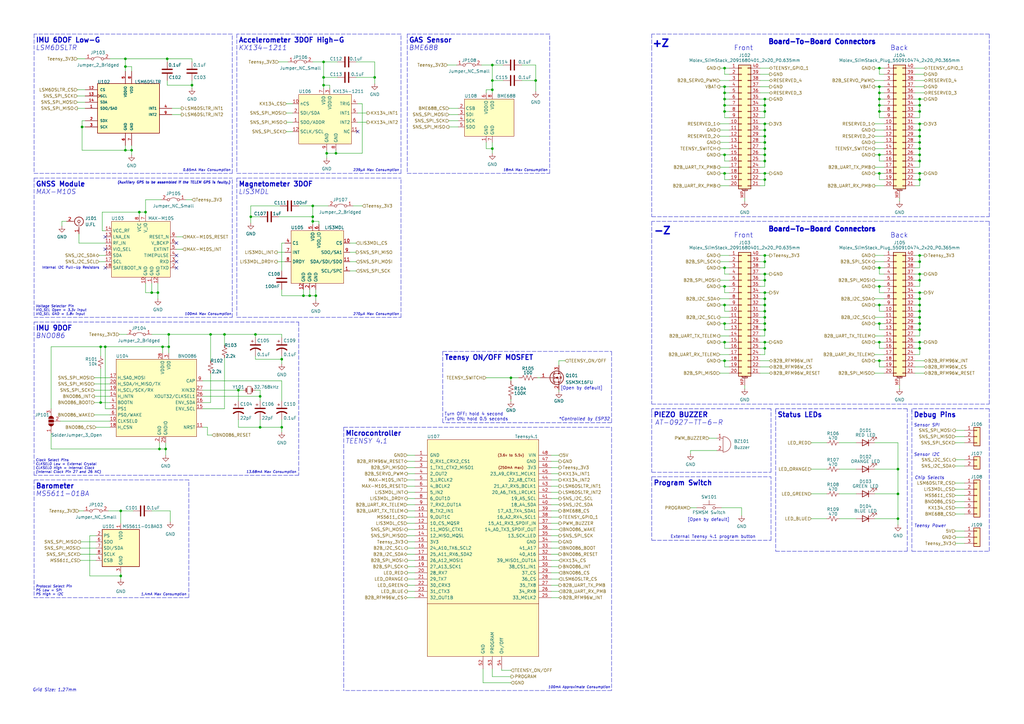
<source format=kicad_sch>
(kicad_sch (version 20211123) (generator eeschema)
  (paper "A3")
  (title_block (title "TARS MK4.1 Flight Computation Board") (date "2023-05-18") (rev "A") (company "Illinois Space Society") (comment 3 "Buffett Lee") (comment 4 "Contributors: Peter Giannetos, Eisha Peyyeti, Danny Guller, Rishi Patel, Siddhant Panse, "))
  (lib_symbols
    (symbol "Connector:Conn_Coaxial" (pin_names (offset 1.016) hide)
      (property "Reference" "J" (at 0.254 3.048 0))
      (property "Value" "Conn_Coaxial" (at 2.921 0 90))
      (symbol "Conn_Coaxial_1_1"
        (pin passive line (at -5.08 0 0) (length 2.54) (name "In") (number "1"))
        (pin passive line (at 0 -5.08 90) (length 2.54) (name "Ext") (number "2"))
      )
    )
    (symbol "Connector_Generic:Conn_01x02" (pin_names (offset 1.016) hide)
      (property "Reference" "J" (at 0 2.54 0))
      (property "Value" "Conn_01x02" (at 0 -5.08 0))
      (symbol "Conn_01x02_1_1"
        (pin passive line (at -5.08 0 0) (length 3.81) (name "Pin_1") (number "1"))
        (pin passive line (at -5.08 -2.54 0) (length 3.81) (name "Pin_2") (number "2"))
      )
    )
    (symbol "Connector_Generic:Conn_01x03" (pin_names (offset 1.016) hide)
      (property "Reference" "J" (at 0 5.08 0))
      (property "Value" "Conn_01x03" (at 0 -5.08 0))
      (symbol "Conn_01x03_1_1"
        (pin passive line (at -5.08 2.54 0) (length 3.81) (name "Pin_1") (number "1"))
        (pin passive line (at -5.08 0 0) (length 3.81) (name "Pin_2") (number "2"))
        (pin passive line (at -5.08 -2.54 0) (length 3.81) (name "Pin_3") (number "3"))
      )
    )
    (symbol "Connector_Generic:Conn_01x06" (pin_names (offset 1.016) hide)
      (property "Reference" "J" (at 0 7.62 0))
      (property "Value" "Conn_01x06" (at 0 -10.16 0))
      (symbol "Conn_01x06_1_1"
        (pin passive line (at -5.08 5.08 0) (length 3.81) (name "Pin_1") (number "1"))
        (pin passive line (at -5.08 2.54 0) (length 3.81) (name "Pin_2") (number "2"))
        (pin passive line (at -5.08 0 0) (length 3.81) (name "Pin_3") (number "3"))
        (pin passive line (at -5.08 -2.54 0) (length 3.81) (name "Pin_4") (number "4"))
        (pin passive line (at -5.08 -5.08 0) (length 3.81) (name "Pin_5") (number "5"))
        (pin passive line (at -5.08 -7.62 0) (length 3.81) (name "Pin_6") (number "6"))
      )
    )
    (symbol "Connector_Generic_MountingPin:Conn_02x20_Counter_Clockwise_MountingPin" (pin_names (offset 1.016) hide)
      (property "Reference" "J" (at 1.27 25.4 0))
      (property "Value" "Conn_02x20_Counter_Clockwise_MountingPin" (at 2.54 -27.94 0))
      (symbol "Conn_02x20_Counter_Clockwise_MountingPin_1_1"
        (text "Mounting" (at 1.27 -27.051 0) (effects (font (size 0.381 0.381))))
        (pin passive line (at -5.08 22.86 0) (length 3.81) (name "Pin_1") (number "1"))
        (pin passive line (at -5.08 0 0) (length 3.81) (name "Pin_10") (number "10"))
        (pin passive line (at -5.08 -2.54 0) (length 3.81) (name "Pin_11") (number "11"))
        (pin passive line (at -5.08 -5.08 0) (length 3.81) (name "Pin_12") (number "12"))
        (pin passive line (at -5.08 -7.62 0) (length 3.81) (name "Pin_13") (number "13"))
        (pin passive line (at -5.08 -10.16 0) (length 3.81) (name "Pin_14") (number "14"))
        (pin passive line (at -5.08 -12.7 0) (length 3.81) (name "Pin_15") (number "15"))
        (pin passive line (at -5.08 -15.24 0) (length 3.81) (name "Pin_16") (number "16"))
        (pin passive line (at -5.08 -17.78 0) (length 3.81) (name "Pin_17") (number "17"))
        (pin passive line (at -5.08 -20.32 0) (length 3.81) (name "Pin_18") (number "18"))
        (pin passive line (at -5.08 -22.86 0) (length 3.81) (name "Pin_19") (number "19"))
        (pin passive line (at -5.08 20.32 0) (length 3.81) (name "Pin_2") (number "2"))
        (pin passive line (at -5.08 -25.4 0) (length 3.81) (name "Pin_20") (number "20"))
        (pin passive line (at 7.62 -25.4 180) (length 3.81) (name "Pin_21") (number "21"))
        (pin passive line (at 7.62 -22.86 180) (length 3.81) (name "Pin_22") (number "22"))
        (pin passive line (at 7.62 -20.32 180) (length 3.81) (name "Pin_23") (number "23"))
        (pin passive line (at 7.62 -17.78 180) (length 3.81) (name "Pin_24") (number "24"))
        (pin passive line (at 7.62 -15.24 180) (length 3.81) (name "Pin_25") (number "25"))
        (pin passive line (at 7.62 -12.7 180) (length 3.81) (name "Pin_26") (number "26"))
        (pin passive line (at 7.62 -10.16 180) (length 3.81) (name "Pin_27") (number "27"))
        (pin passive line (at 7.62 -7.62 180) (length 3.81) (name "Pin_28") (number "28"))
        (pin passive line (at 7.62 -5.08 180) (length 3.81) (name "Pin_29") (number "29"))
        (pin passive line (at -5.08 17.78 0) (length 3.81) (name "Pin_3") (number "3"))
        (pin passive line (at 7.62 -2.54 180) (length 3.81) (name "Pin_30") (number "30"))
        (pin passive line (at 7.62 0 180) (length 3.81) (name "Pin_31") (number "31"))
        (pin passive line (at 7.62 2.54 180) (length 3.81) (name "Pin_32") (number "32"))
        (pin passive line (at 7.62 5.08 180) (length 3.81) (name "Pin_33") (number "33"))
        (pin passive line (at 7.62 7.62 180) (length 3.81) (name "Pin_34") (number "34"))
        (pin passive line (at 7.62 10.16 180) (length 3.81) (name "Pin_35") (number "35"))
        (pin passive line (at 7.62 12.7 180) (length 3.81) (name "Pin_36") (number "36"))
        (pin passive line (at 7.62 15.24 180) (length 3.81) (name "Pin_37") (number "37"))
        (pin passive line (at 7.62 17.78 180) (length 3.81) (name "Pin_38") (number "38"))
        (pin passive line (at 7.62 20.32 180) (length 3.81) (name "Pin_39") (number "39"))
        (pin passive line (at -5.08 15.24 0) (length 3.81) (name "Pin_4") (number "4"))
        (pin passive line (at 7.62 22.86 180) (length 3.81) (name "Pin_40") (number "40"))
        (pin passive line (at -5.08 12.7 0) (length 3.81) (name "Pin_5") (number "5"))
        (pin passive line (at -5.08 10.16 0) (length 3.81) (name "Pin_6") (number "6"))
        (pin passive line (at -5.08 7.62 0) (length 3.81) (name "Pin_7") (number "7"))
        (pin passive line (at -5.08 5.08 0) (length 3.81) (name "Pin_8") (number "8"))
        (pin passive line (at -5.08 2.54 0) (length 3.81) (name "Pin_9") (number "9"))
        (pin passive line (at 1.27 -30.48 90) (length 3.048) (name "MountPin") (number "MP"))
      )
    )
    (symbol "Device:Buzzer" (pin_names (offset 0.0254) hide)
      (property "Reference" "BZ" (at 3.81 1.27 0))
      (property "Value" "Buzzer" (at 3.81 -1.27 0))
      (symbol "Buzzer_1_1"
        (pin passive line (at -2.54 2.54 0) (length 2.54) (name "-") (number "1"))
        (pin passive line (at -2.54 -2.54 0) (length 2.54) (name "+") (number "2"))
      )
    )
    (symbol "Device:C" (pin_numbers hide) (pin_names (offset 0.254))
      (property "Reference" "C" (at 0.635 2.54 0))
      (property "Value" "C" (at 0.635 -2.54 0))
      (symbol "C_1_1"
        (pin passive line (at 0 3.81 270) (length 2.794) (name "~") (number "1"))
        (pin passive line (at 0 -3.81 90) (length 2.794) (name "~") (number "2"))
      )
    )
    (symbol "Device:C_Polarized_US" (pin_numbers hide) (pin_names (offset 0.254) hide)
      (property "Reference" "C" (at 0.635 2.54 0))
      (property "Value" "C_Polarized_US" (at 0.635 -2.54 0))
      (symbol "C_Polarized_US_1_1"
        (pin passive line (at 0 3.81 270) (length 2.794) (name "~") (number "1"))
        (pin passive line (at 0 -3.81 90) (length 3.302) (name "~") (number "2"))
      )
    )
    (symbol "Device:Crystal_Small" (pin_numbers hide) (pin_names (offset 1.016) hide)
      (property "Reference" "Y" (at 0 2.54 0))
      (property "Value" "Crystal_Small" (at 0 -2.54 0))
      (symbol "Crystal_Small_1_1"
        (pin passive line (at -2.54 0 0) (length 1.27) (name "1") (number "1"))
        (pin passive line (at 2.54 0 180) (length 1.27) (name "2") (number "2"))
      )
    )
    (symbol "Device:LED" (pin_numbers hide) (pin_names (offset 1.016) hide)
      (property "Reference" "D" (at 0 2.54 0))
      (property "Value" "LED" (at 0 -2.54 0))
      (symbol "LED_1_1"
        (pin passive line (at -3.81 0 0) (length 2.54) (name "K") (number "1"))
        (pin passive line (at 3.81 0 180) (length 2.54) (name "A") (number "2"))
      )
    )
    (symbol "Device:R_Small_US" (pin_numbers hide) (pin_names (offset 0.254) hide)
      (property "Reference" "R" (at 0.762 0.508 0))
      (property "Value" "R_Small_US" (at 0.762 -1.016 0))
      (symbol "R_Small_US_1_1"
        (pin passive line (at 0 2.54 270) (length 1.016) (name "~") (number "1"))
        (pin passive line (at 0 -2.54 90) (length 1.016) (name "~") (number "2"))
      )
    )
    (symbol "Device:R_US" (pin_numbers hide) (pin_names (offset 0))
      (property "Reference" "R" (at 2.54 0 90))
      (property "Value" "R_US" (at -2.54 0 90))
      (symbol "R_US_1_1"
        (pin passive line (at 0 3.81 270) (length 1.27) (name "~") (number "1"))
        (pin passive line (at 0 -3.81 90) (length 1.27) (name "~") (number "2"))
      )
    )
    (symbol "Jumper:Jumper_2_Bridged" (pin_names (offset 0) hide)
      (property "Reference" "JP" (at 0 1.905 0))
      (property "Value" "Jumper_2_Bridged" (at 0 -2.54 0))
      (symbol "Jumper_2_Bridged_1_1"
        (pin passive line (at -5.08 0 0) (length 2.54) (name "A") (number "1"))
        (pin passive line (at 5.08 0 180) (length 2.54) (name "B") (number "2"))
      )
    )
    (symbol "Jumper:SolderJumper_3_Open" (pin_names (offset 0) hide)
      (property "Reference" "JP" (at -2.54 -2.54 0))
      (property "Value" "SolderJumper_3_Open" (at 0 2.794 0))
      (symbol "SolderJumper_3_Open_1_1"
        (pin passive line (at -5.08 0 0) (length 2.54) (name "A") (number "1"))
        (pin input line (at 0 -3.81 90) (length 2.54) (name "C") (number "2"))
        (pin passive line (at 5.08 0 180) (length 2.54) (name "B") (number "3"))
      )
    )
    (symbol "MCU_Teensy:Teensy4.1" (pin_names (offset 1.016))
      (property "Reference" "U108" (at -20.32 62.23 0))
      (property "Value" "Teensy4.1" (at 17.78 62.23 0))
      (symbol "Teensy4.1_0_0"
        (text "(250mA max)" (at 11.43 49.53 0) (effects (font (size 1.016 1.016))))
        (text "(3.6v to 5.5v)" (at 11.43 54.61 0) (effects (font (size 1.016 1.016))))
        (pin bidirectional line (at -27.94 31.75 0) (length 5.08) (name "8_TX2_IN1") (number "10"))
        (pin bidirectional line (at -27.94 29.21 0) (length 5.08) (name "9_OUT1C") (number "11"))
        (pin bidirectional line (at -27.94 26.67 0) (length 5.08) (name "10_CS_MQSR") (number "12"))
        (pin bidirectional line (at -27.94 24.13 0) (length 5.08) (name "11_MOSI_CTX1") (number "13"))
        (pin bidirectional line (at -27.94 21.59 0) (length 5.08) (name "12_MISO_MQSL") (number "14"))
        (pin power_in line (at -27.94 19.05 0) (length 5.08) (name "3V3") (number "15"))
        (pin bidirectional line (at -27.94 16.51 0) (length 5.08) (name "24_A10_TX6_SCL2") (number "16"))
        (pin bidirectional line (at -27.94 13.97 0) (length 5.08) (name "25_A11_RX6_SDA2") (number "17"))
        (pin bidirectional line (at -27.94 11.43 0) (length 5.08) (name "26_A12_MOSI1") (number "18"))
        (pin bidirectional line (at -27.94 8.89 0) (length 5.08) (name "27_A13_SCK1") (number "19"))
        (pin bidirectional line (at -27.94 6.35 0) (length 5.08) (name "28_RX7") (number "20"))
        (pin bidirectional line (at -27.94 3.81 0) (length 5.08) (name "29_TX7") (number "21"))
        (pin bidirectional line (at -27.94 1.27 0) (length 5.08) (name "30_CRX3") (number "22"))
        (pin bidirectional line (at -27.94 -1.27 0) (length 5.08) (name "31_CTX3") (number "23"))
        (pin bidirectional line (at -27.94 -3.81 0) (length 5.08) (name "32_OUT1B") (number "24"))
        (pin bidirectional line (at 27.94 -3.81 180) (length 5.08) (name "33_MCLK2") (number "25"))
        (pin bidirectional line (at 27.94 -1.27 180) (length 5.08) (name "34_RX8") (number "26"))
        (pin bidirectional line (at 27.94 1.27 180) (length 5.08) (name "35_TX8") (number "27"))
        (pin bidirectional line (at 27.94 3.81 180) (length 5.08) (name "36_CS") (number "28"))
        (pin bidirectional line (at 27.94 6.35 180) (length 5.08) (name "37_CS") (number "29"))
        (pin bidirectional line (at 27.94 8.89 180) (length 5.08) (name "38_CS1_IN1") (number "30"))
        (pin bidirectional line (at 27.94 11.43 180) (length 5.08) (name "39_MISO1_OUT1A") (number "31"))
        (pin bidirectional line (at 27.94 13.97 180) (length 5.08) (name "40_A16") (number "32"))
        (pin bidirectional line (at 27.94 16.51 180) (length 5.08) (name "41_A17") (number "33"))
        (pin bidirectional line (at 27.94 21.59 180) (length 5.08) (name "13_SCK_LED") (number "35"))
        (pin bidirectional line (at 27.94 24.13 180) (length 5.08) (name "14_A0_TX3_SPDIF_OUT") (number "36"))
        (pin bidirectional line (at 27.94 26.67 180) (length 5.08) (name "15_A1_RX3_SPDIF_IN") (number "37"))
        (pin bidirectional line (at 27.94 29.21 180) (length 5.08) (name "16_A2_RX4_SCL1") (number "38"))
        (pin bidirectional line (at 27.94 31.75 180) (length 5.08) (name "17_A3_TX4_SDA1") (number "39"))
        (pin bidirectional line (at 27.94 34.29 180) (length 5.08) (name "18_A4_SDA") (number "40"))
        (pin bidirectional line (at 27.94 36.83 180) (length 5.08) (name "19_A5_SCL") (number "41"))
        (pin bidirectional line (at 27.94 39.37 180) (length 5.08) (name "20_A6_TX5_LRCLK1") (number "42"))
        (pin bidirectional line (at 27.94 41.91 180) (length 5.08) (name "21_A7_RX5_BCLK1") (number "43"))
        (pin bidirectional line (at 27.94 44.45 180) (length 5.08) (name "22_A8_CTX1") (number "44"))
        (pin bidirectional line (at 27.94 46.99 180) (length 5.08) (name "23_A9_CRX1_MCLK1") (number "45"))
        (pin power_in line (at 27.94 49.53 180) (length 5.08) (name "3V3") (number "46"))
        (pin power_in line (at 27.94 52.07 180) (length 5.08) (name "GND") (number "47"))
        (pin power_in line (at 27.94 54.61 180) (length 5.08) (name "VIN") (number "48"))
        (pin bidirectional line (at -27.94 44.45 0) (length 5.08) (name "3_LRCLK2") (number "5"))
        (pin power_out line (at 0 -33.02 90) (length 5.08) (name "GND") (number "52"))
        (pin input line (at 3.81 -33.02 90) (length 5.08) (name "PROGRAM") (number "53"))
        (pin bidirectional line (at 7.62 -33.02 90) (length 5.08) (name "On/Off") (number "54"))
        (pin bidirectional line (at -27.94 41.91 0) (length 5.08) (name "4_BCLK2") (number "6"))
        (pin bidirectional line (at -27.94 39.37 0) (length 5.08) (name "5_IN2") (number "7"))
        (pin bidirectional line (at -27.94 36.83 0) (length 5.08) (name "6_OUT1D") (number "8"))
        (pin bidirectional line (at -27.94 34.29 0) (length 5.08) (name "7_RX2_OUT1A") (number "9"))
      )
      (symbol "Teensy4.1_1_1"
        (pin power_in line (at -27.94 54.61 0) (length 5.08) (name "GND") (number "1"))
        (pin bidirectional line (at -27.94 52.07 0) (length 5.08) (name "0_RX1_CRX2_CS1") (number "2"))
        (pin bidirectional line (at -27.94 49.53 0) (length 5.08) (name "1_TX1_CTX2_MISO1") (number "3"))
        (pin power_in line (at 27.94 19.05 180) (length 5.08) (name "GND") (number "34"))
        (pin bidirectional line (at -27.94 46.99 0) (length 5.08) (name "2_OUT2") (number "4"))
      )
    )
    (symbol "RF_GPS_uBlox:MAX-M10S"
      (property "Reference" "U" (at -12.7 12.7 0))
      (property "Value" "MAX-M10S" (at 7.62 12.7 0))
      (symbol "MAX-M10S_1_1"
        (pin power_out line (at 3.81 -13.97 90) (length 2.54) (name "GND") (number "1"))
        (pin power_out line (at 1.27 -13.97 90) (length 2.54) (name "GND") (number "10"))
        (pin input line (at -15.24 2.54 0) (length 2.54) (name "RF_IN") (number "11"))
        (pin power_out line (at 6.35 -13.97 90) (length 2.54) (name "GND") (number "12"))
        (pin unspecified line (at -15.24 5.08 0) (length 2.54) (name "LNA_EN") (number "13"))
        (pin unspecified line (at -15.24 7.62 0) (length 2.54) (name "VCC_RF") (number "14"))
        (pin unspecified line (at -15.24 0 0) (length 2.54) (name "VIO_SEL") (number "15"))
        (pin bidirectional line (at -15.24 -2.54 0) (length 2.54) (name "SDA") (number "16"))
        (pin input line (at -15.24 -5.08 0) (length 2.54) (name "SCL") (number "17"))
        (pin unspecified line (at -15.24 -7.62 0) (length 2.54) (name "SAFEBOOT_N") (number "18"))
        (pin output line (at 13.97 -7.62 180) (length 2.54) (name "TXD") (number "2"))
        (pin input line (at 13.97 -5.08 180) (length 2.54) (name "RXD") (number "3"))
        (pin unspecified line (at 13.97 -2.54 180) (length 2.54) (name "TIMEPULSE") (number "4"))
        (pin input line (at 13.97 0 180) (length 2.54) (name "EXTINT") (number "5"))
        (pin power_in line (at 13.97 2.54 180) (length 2.54) (name "V_BCKP") (number "6"))
        (pin power_in line (at 1.27 13.97 270) (length 2.54) (name "V_IO") (number "7"))
        (pin power_in line (at -1.27 13.97 270) (length 2.54) (name "VCC") (number "8"))
        (pin input line (at 13.97 5.08 180) (length 2.54) (name "RESET_N") (number "9"))
      )
    )
    (symbol "Sensor_Environmental:BME688"
      (property "Reference" "U" (at -10.16 8.89 0))
      (property "Value" "BME688" (at 7.62 8.89 0))
      (symbol "BME688_0_0"
        (pin power_in line (at -1.27 -10.16 90) (length 2.54) (name "GND") (number "1"))
        (pin input line (at -12.7 3.81 0) (length 2.54) (name "CSB") (number "2"))
        (pin bidirectional line (at -12.7 1.27 0) (length 2.54) (name "SDI") (number "3"))
        (pin input line (at -12.7 -1.27 0) (length 2.54) (name "SCK") (number "4"))
        (pin output line (at -12.7 -3.81 0) (length 2.54) (name "SDO") (number "5"))
        (pin power_in line (at -1.27 10.16 270) (length 2.54) (name "VDDIO") (number "6"))
        (pin power_in line (at 1.27 -10.16 90) (length 2.54) (name "GND") (number "7"))
        (pin power_in line (at 1.27 10.16 270) (length 2.54) (name "VDD") (number "8"))
      )
    )
    (symbol "Sensor_Pressure:MS5611-01BA"
      (property "Reference" "U" (at -6.35 8.89 0))
      (property "Value" "MS5611-01BA" (at 7.62 8.89 0))
      (symbol "MS5611-01BA_1_1"
        (pin power_in line (at 0 10.16 270) (length 2.54) (name "VDD") (number "1"))
        (pin input line (at -10.16 5.08 0) (length 2.54) (name "PS") (number "2"))
        (pin power_in line (at 0 -10.16 90) (length 2.54) (name "GND") (number "3"))
        (pin input line (at -10.16 -5.08 0) (length 2.54) (name "CSB") (number "4"))
        (pin input line (at -10.16 -5.08 0) (length 2.54) hide (name "CSB") (number "5"))
        (pin output line (at -10.16 2.54 0) (length 2.54) (name "SDO") (number "6"))
        (pin bidirectional line (at -10.16 0 0) (length 2.54) (name "SDI/SDA") (number "7"))
        (pin input line (at -10.16 -2.54 0) (length 2.54) (name "SCLK") (number "8"))
      )
    )
    (symbol "Sensors_Motion_CEVA:BNO086"
      (property "Reference" "U" (at -14.605 15.875 0))
      (property "Value" "BNO086" (at 13.97 15.875 0))
      (symbol "BNO086_1_1"
        (pin input line (at -17.78 -10.795 0) (length 2.54) (name "CLKSEL0") (number "10"))
        (pin input line (at 20.32 -13.335 180) (length 2.54) (name "NRST") (number "11"))
        (pin output line (at -17.78 -0.635 0) (length 2.54) (name "H_INTN") (number "14"))
        (pin bidirectional line (at 20.32 -5.715 180) (length 2.54) (name "ENV_SCL") (number "15"))
        (pin bidirectional line (at 20.32 -3.175 180) (length 2.54) (name "ENV_SDA") (number "16"))
        (pin input line (at -17.78 6.985 0) (length 2.54) (name "H_SA0_MOSI") (number "17"))
        (pin input line (at -17.78 -13.335 0) (length 2.54) (name "H_CSN") (number "18"))
        (pin bidirectional line (at -17.78 1.905 0) (length 2.54) (name "H_SCL/SCK/RX") (number "19"))
        (pin power_in line (at 2.54 -19.685 90) (length 2.54) (name "GND") (number "2"))
        (pin bidirectional line (at -17.78 4.445 0) (length 2.54) (name "H_SDA/H_MISO/TX") (number "20"))
        (pin power_in line (at 5.08 -19.685 90) (length 2.54) (name "GNDIO") (number "25"))
        (pin output line (at 20.32 -0.635 180) (length 2.54) (name "XOUT32/CLKSEL1") (number "26"))
        (pin input line (at 20.32 1.905 180) (length 2.54) (name "XIN32") (number "27"))
        (pin power_in line (at 3.81 17.145 270) (length 2.54) (name "VDDIO") (number "28"))
        (pin power_in line (at 6.35 17.145 270) (length 2.54) (name "VDD") (number "3"))
        (pin input line (at -17.78 -3.175 0) (length 2.54) (name "BOOTN") (number "4"))
        (pin input line (at -17.78 -5.715 0) (length 2.54) (name "PS1") (number "5"))
        (pin input line (at -17.78 -8.255 0) (length 2.54) (name "PS0/WAKE") (number "6"))
        (pin passive line (at 20.32 5.715 180) (length 2.54) (name "CAP") (number "9"))
      )
    )
    (symbol "Sensors_Motion_Kionix:KX134-1211"
      (property "Reference" "U" (at -11.43 11.43 0))
      (property "Value" "KX134-1211" (at 8.89 11.43 0))
      (symbol "KX134-1211_0_0"
        (text "" (at -12.7 2.54 0) (effects (font (size 1.27 1.27))))
      )
      (symbol "KX134-1211_1_1"
        (pin bidirectional line (at -13.97 -1.27 0) (length 2.54) (name "SDO/ADDR") (number "1"))
        (pin input line (at -13.97 6.35 0) (length 2.54) (name "nCS") (number "10"))
        (pin unspecified line (at 12.7 -5.08 180) (length 2.54) (name "NC") (number "11"))
        (pin input line (at -13.97 -5.08 0) (length 2.54) (name "SCLK/SCL") (number "12"))
        (pin bidirectional line (at -13.97 2.54 0) (length 2.54) (name "SDI/SDA") (number "2"))
        (pin power_in line (at 1.27 12.7 270) (length 2.54) (name "VDDIO") (number "3"))
        (pin input line (at 12.7 6.35 180) (length 2.54) (name "TRIG") (number "4"))
        (pin output line (at 12.7 2.54 180) (length 2.54) (name "INT1") (number "5"))
        (pin output line (at 12.7 -1.27 180) (length 2.54) (name "INT2") (number "6"))
        (pin power_in line (at -1.27 12.7 270) (length 2.54) (name "VDD") (number "7"))
        (pin power_in line (at 3.81 -12.7 90) (length 2.54) (name "GND") (number "8"))
        (pin power_in line (at 0 -12.7 90) (length 2.54) (name "GND") (number "9"))
      )
    )
    (symbol "Sensors_Motion_STM:LIS3MDL"
      (property "Reference" "U" (at -10.16 11.43 0))
      (property "Value" "LIS3MDL" (at 7.62 11.43 0))
      (symbol "LIS3MDL_1_1"
        (pin input line (at 13.97 -6.35 180) (length 2.54) (name "SCL/SPC") (number "1"))
        (pin input line (at 13.97 5.08 180) (length 2.54) (name "CS") (number "10"))
        (pin input line (at 13.97 -2.54 180) (length 2.54) (name "SDA/SDI/SDO") (number "11"))
        (pin power_in line (at -5.08 -13.97 90) (length 2.54) (name "GND") (number "12"))
        (pin power_in line (at -2.54 -13.97 90) (length 2.54) (name "GND") (number "2"))
        (pin power_in line (at 0 -13.97 90) (length 2.54) (name "GND") (number "3"))
        (pin input line (at -12.7 5.08 0) (length 2.54) (name "C1") (number "4"))
        (pin power_in line (at -1.27 12.7 270) (length 2.54) (name "VDD") (number "5"))
        (pin power_in line (at 1.27 12.7 270) (length 2.54) (name "VDD_IO") (number "6"))
        (pin output line (at -12.7 1.27 0) (length 2.54) (name "INT") (number "7"))
        (pin output line (at -12.7 -2.54 0) (length 2.54) (name "DRDY") (number "8"))
        (pin output line (at 13.97 1.27 180) (length 2.54) (name "SDO/SA1") (number "9"))
      )
    )
    (symbol "Sensors_Motion_STM:LSM6DSLTR" (pin_names (offset 1.016))
      (property "Reference" "U" (at -12.7187 10.6837 0))
      (property "Value" "LSM6DSLTR" (at 3.81 10.16 0))
      (symbol "LSM6DSLTR_0_0"
        (pin bidirectional line (at -17.78 0 0) (length 5.08) (name "SDO/SA0") (number "1"))
        (pin input line (at -17.78 7.62 0) (length 5.08) (name "CS") (number "12"))
        (pin input clock (at -17.78 5.08 0) (length 5.08) (name "SCL") (number "13"))
        (pin bidirectional line (at -17.78 2.54 0) (length 5.08) (name "SDA") (number "14"))
        (pin bidirectional line (at -17.78 -5.08 0) (length 5.08) (name "SDX") (number "2"))
        (pin bidirectional line (at -17.78 -7.62 0) (length 5.08) (name "SCX") (number "3"))
        (pin output line (at 17.78 0 180) (length 5.08) (name "INT1") (number "4"))
        (pin power_in line (at -1.27 15.24 270) (length 5.08) (name "VDDIO") (number "5"))
        (pin power_in line (at -1.27 -15.24 90) (length 5.08) (name "GND") (number "6"))
        (pin power_in line (at 1.27 -15.24 90) (length 5.08) (name "GND") (number "7"))
        (pin power_in line (at 1.27 15.24 270) (length 5.08) (name "VDD") (number "8"))
        (pin output line (at 17.78 -2.54 180) (length 5.08) (name "INT2") (number "9"))
      )
    )
    (symbol "Switch:SW_Push" (pin_numbers hide) (pin_names (offset 1.016) hide)
      (property "Reference" "SW" (at 1.27 2.54 0))
      (property "Value" "SW_Push" (at 0 -1.524 0))
      (symbol "SW_Push_0_1"
        (pin passive line (at -5.08 0 0) (length 2.54) (name "1") (number "1"))
        (pin passive line (at 5.08 0 180) (length 2.54) (name "2") (number "2"))
      )
    )
    (symbol "Transistor_FET:BSS123" (pin_names hide)
      (property "Reference" "Q" (at 5.08 1.905 0))
      (property "Value" "BSS123" (at 5.08 0 0))
      (symbol "BSS123_1_1"
        (pin input line (at -5.08 0 0) (length 2.54) (name "G") (number "1"))
        (pin passive line (at 2.54 -5.08 90) (length 2.54) (name "S") (number "2"))
        (pin passive line (at 2.54 5.08 270) (length 2.54) (name "D") (number "3"))
      )
    )
    (symbol "power:GND" (power) (pin_names (offset 0))
      (property "Value" "GND" (at 0 -3.81 0))
      (symbol "GND_1_1"
        (pin power_in line (at 0 0 270) (length 0) hide (name "GND") (number "1"))
      )
    )
  )
  (junction (at 377.19 58.42))
  (junction (at 360.68 27.94))
  (junction (at 49.53 236.22))
  (junction (at 313.69 40.64))
  (junction (at 128.27 90.805))
  (junction (at 360.68 140.335))
  (junction (at 368.3 192.405))
  (junction (at 313.69 125.095))
  (junction (at 377.19 107.315))
  (junction (at 297.18 27.94))
  (junction (at 377.19 135.255))
  (junction (at 377.19 127.635))
  (junction (at 360.68 147.955))
  (junction (at 297.18 38.1))
  (junction (at 313.69 132.715))
  (junction (at 368.3 202.565))
  (junction (at 41.275 165.1))
  (junction (at 377.19 50.8))
  (junction (at 360.68 71.12))
  (junction (at 360.68 35.56))
  (junction (at 313.69 71.12))
  (junction (at 377.19 132.715))
  (junction (at 377.19 55.88))
  (junction (at 297.18 63.5))
  (junction (at 297.18 109.855))
  (junction (at 377.19 140.335))
  (junction (at 297.18 45.72))
  (junction (at 313.69 73.66))
  (junction (at 132.715 31.75))
  (junction (at 313.69 60.96))
  (junction (at 51.435 24.13))
  (junction (at 201.93 36.83))
  (junction (at 360.68 117.475))
  (junction (at 124.46 121.285))
  (junction (at 115.57 147.32))
  (junction (at 377.19 112.395))
  (junction (at 297.18 35.56))
  (junction (at 69.215 137.16))
  (junction (at 360.68 132.715))
  (junction (at 377.19 114.935))
  (junction (at 297.18 43.18))
  (junction (at 377.19 122.555))
  (junction (at 57.15 86.995))
  (junction (at 313.69 142.875))
  (junction (at 360.68 63.5))
  (junction (at 377.19 63.5))
  (junction (at 360.68 45.72))
  (junction (at 209.55 154.94))
  (junction (at 313.69 55.88))
  (junction (at 51.435 27.305))
  (junction (at 128.27 88.9))
  (junction (at 377.19 130.175))
  (junction (at 65.405 184.15))
  (junction (at 53.975 61.595))
  (junction (at 66.675 142.24))
  (junction (at 377.19 66.04))
  (junction (at 68.58 24.13))
  (junction (at 49.53 209.55))
  (junction (at 127 121.285))
  (junction (at 377.19 40.64))
  (junction (at 137.795 62.865))
  (junction (at 313.69 112.395))
  (junction (at 67.945 184.15))
  (junction (at 377.19 53.34))
  (junction (at 69.215 142.24))
  (junction (at 92.075 137.16))
  (junction (at 59.69 86.995))
  (junction (at 313.69 63.5))
  (junction (at 377.19 125.095))
  (junction (at 377.19 60.96))
  (junction (at 297.18 40.64))
  (junction (at 129.54 121.285))
  (junction (at 201.93 33.02))
  (junction (at 313.69 43.18))
  (junction (at 297.18 71.12))
  (junction (at 313.69 122.555))
  (junction (at 313.69 58.42))
  (junction (at 313.69 107.315))
  (junction (at 133.985 62.865))
  (junction (at 297.18 117.475))
  (junction (at 78.74 34.925))
  (junction (at 360.68 43.18))
  (junction (at 313.69 130.175))
  (junction (at 51.435 61.595))
  (junction (at 297.18 125.095))
  (junction (at 377.19 73.66))
  (junction (at 377.19 142.875))
  (junction (at 297.18 147.955))
  (junction (at 297.18 140.335))
  (junction (at 62.23 120.015))
  (junction (at 106.68 175.26))
  (junction (at 377.19 104.775))
  (junction (at 313.69 66.04))
  (junction (at 97.79 160.02))
  (junction (at 368.3 212.725))
  (junction (at 313.69 127.635))
  (junction (at 153.67 31.75))
  (junction (at 377.19 43.18))
  (junction (at 360.68 40.64))
  (junction (at 377.19 71.12))
  (junction (at 41.275 142.24))
  (junction (at 377.19 45.72))
  (junction (at 128.27 84.455))
  (junction (at 201.93 60.96))
  (junction (at 86.36 137.16))
  (junction (at 219.71 33.02))
  (junction (at 106.68 162.56))
  (junction (at 360.68 109.855))
  (junction (at 313.69 50.8))
  (junction (at 360.68 38.1))
  (junction (at 64.77 120.015))
  (junction (at 33.655 52.07))
  (junction (at 115.57 175.26))
  (junction (at 313.69 135.255))
  (junction (at 313.69 45.72))
  (junction (at 377.19 120.015))
  (junction (at 104.775 137.16))
  (junction (at 132.715 34.925))
  (junction (at 297.18 132.715))
  (junction (at 43.18 142.24))
  (junction (at 201.93 26.67))
  (junction (at 313.69 104.775))
  (junction (at 313.69 120.015))
  (junction (at 132.715 25.4))
  (junction (at 102.87 88.9))
  (junction (at 313.69 53.34))
  (junction (at 313.69 140.335))
  (junction (at 360.68 125.095))
  (junction (at 313.69 114.935))
  (no_connect (at 72.39 109.855))
  (no_connect (at 72.39 107.315))
  (no_connect (at 43.18 109.855))
  (no_connect (at 43.18 102.235))
  (no_connect (at 72.39 99.695))
  (no_connect (at 72.39 104.775))
  (no_connect (at 146.685 53.975))
  (no_connect (at 43.18 97.155))
  (wire (pts (xy 20.955 142.24) (xy 20.955 167.64)))
  (wire (pts (xy 33.655 49.53) (xy 33.655 52.07)))
  (wire (pts (xy 377.19 53.34) (xy 377.19 55.88)))
  (wire (pts (xy 113.665 103.505) (xy 116.84 103.505)))
  (polyline (pts (xy 372.11 226.06) (xy 372.11 167.64)))
  (wire (pts (xy 201.93 60.96) (xy 201.93 62.865)))
  (wire (pts (xy 209.55 163.83) (xy 209.55 164.465)))
  (polyline (pts (xy 267.335 90.805) (xy 267.335 95.885)))
  (wire (pts (xy 199.39 36.83) (xy 201.93 36.83)))
  (wire (pts (xy 358.775 109.855) (xy 360.68 109.855)))
  (wire (pts (xy 104.775 147.32) (xy 104.775 146.05)))
  (wire (pts (xy 33.02 227.33) (xy 39.37 227.33)))
  (wire (pts (xy 375.285 38.1) (xy 379.095 38.1)))
  (wire (pts (xy 297.18 125.095) (xy 299.085 125.095)))
  (wire (pts (xy 167.005 242.57) (xy 170.18 242.57)))
  (wire (pts (xy 297.18 147.955) (xy 299.085 147.955)))
  (wire (pts (xy 102.87 88.9) (xy 106.68 88.9)))
  (wire (pts (xy 313.69 135.255) (xy 311.785 135.255)))
  (wire (pts (xy 114.3 88.9) (xy 128.27 88.9)))
  (wire (pts (xy 313.69 104.775) (xy 311.785 104.775)))
  (wire (pts (xy 360.68 27.94) (xy 360.68 30.48)))
  (wire (pts (xy 313.69 66.04) (xy 311.785 66.04)))
  (wire (pts (xy 377.19 73.66) (xy 375.285 73.66)))
  (wire (pts (xy 295.275 33.02) (xy 299.085 33.02)))
  (wire (pts (xy 59.69 116.205) (xy 59.69 120.015)))
  (wire (pts (xy 297.18 127.635) (xy 299.085 127.635)))
  (wire (pts (xy 313.69 114.935) (xy 313.69 117.475)))
  (wire (pts (xy 332.74 202.565) (xy 339.09 202.565)))
  (wire (pts (xy 83.185 175.26) (xy 85.09 175.26)))
  (wire (pts (xy 313.69 125.095) (xy 313.69 127.635)))
  (wire (pts (xy 295.275 114.935) (xy 299.085 114.935)))
  (wire (pts (xy 297.18 45.72) (xy 297.18 43.18)))
  (polyline (pts (xy 122.555 132.08) (xy 122.555 194.945)))
  (wire (pts (xy 41.275 165.1) (xy 45.085 165.1)))
  (polyline (pts (xy 405.765 165.735) (xy 405.765 90.805)))
  (wire (pts (xy 377.19 76.2) (xy 375.285 76.2)))
  (wire (pts (xy 295.275 125.095) (xy 297.18 125.095)))
  (wire (pts (xy 229.235 242.57) (xy 226.06 242.57)))
  (wire (pts (xy 375.285 30.48) (xy 379.095 30.48)))
  (wire (pts (xy 31.75 41.91) (xy 34.925 41.91)))
  (wire (pts (xy 69.215 137.16) (xy 69.215 142.24)))
  (wire (pts (xy 167.005 229.87) (xy 170.18 229.87)))
  (wire (pts (xy 297.18 40.64) (xy 299.085 40.64)))
  (wire (pts (xy 198.12 280.035) (xy 209.55 280.035)))
  (wire (pts (xy 148.59 42.545) (xy 148.59 62.865)))
  (wire (pts (xy 377.19 122.555) (xy 377.19 125.095)))
  (wire (pts (xy 122.555 84.455) (xy 128.27 84.455)))
  (wire (pts (xy 311.785 153.035) (xy 315.595 153.035)))
  (wire (pts (xy 360.68 66.04) (xy 362.585 66.04)))
  (wire (pts (xy 51.435 27.305) (xy 53.975 27.305)))
  (wire (pts (xy 313.69 137.795) (xy 311.785 137.795)))
  (polyline (pts (xy 267.335 193.675) (xy 316.23 193.675)))
  (wire (pts (xy 41.91 94.615) (xy 41.91 86.995)))
  (wire (pts (xy 313.69 127.635) (xy 313.69 130.175)))
  (polyline (pts (xy 225.425 71.12) (xy 225.425 13.97)))
  (wire (pts (xy 297.18 125.095) (xy 297.18 127.635)))
  (wire (pts (xy 362.585 43.18) (xy 360.68 43.18)))
  (wire (pts (xy 229.235 217.17) (xy 226.06 217.17)))
  (wire (pts (xy 66.675 142.24) (xy 66.675 144.78)))
  (wire (pts (xy 38.735 157.48) (xy 45.085 157.48)))
  (wire (pts (xy 360.68 140.335) (xy 360.68 142.875)))
  (wire (pts (xy 377.19 104.775) (xy 375.285 104.775)))
  (wire (pts (xy 360.68 132.715) (xy 362.585 132.715)))
  (wire (pts (xy 115.57 99.695) (xy 115.57 111.125)))
  (wire (pts (xy 295.275 137.795) (xy 299.085 137.795)))
  (wire (pts (xy 377.19 120.015) (xy 377.19 122.555)))
  (wire (pts (xy 360.68 30.48) (xy 362.585 30.48)))
  (wire (pts (xy 295.275 71.12) (xy 297.18 71.12)))
  (wire (pts (xy 115.57 149.225) (xy 115.57 147.32)))
  (wire (pts (xy 167.005 222.25) (xy 170.18 222.25)))
  (wire (pts (xy 128.27 84.455) (xy 128.27 88.9)))
  (wire (pts (xy 297.18 27.94) (xy 297.18 30.48)))
  (wire (pts (xy 358.775 212.725) (xy 368.3 212.725)))
  (wire (pts (xy 377.19 132.715) (xy 377.19 135.255)))
  (wire (pts (xy 313.69 122.555) (xy 311.785 122.555)))
  (wire (pts (xy 332.74 212.725) (xy 339.09 212.725)))
  (wire (pts (xy 104.775 137.16) (xy 104.775 138.43)))
  (wire (pts (xy 311.785 38.1) (xy 315.595 38.1)))
  (wire (pts (xy 213.995 26.67) (xy 219.71 26.67)))
  (wire (pts (xy 311.785 147.955) (xy 315.595 147.955)))
  (wire (pts (xy 283.21 208.28) (xy 285.75 208.28)))
  (wire (pts (xy 360.68 109.855) (xy 360.68 112.395)))
  (polyline (pts (xy 13.97 73.025) (xy 95.25 73.025)))
  (wire (pts (xy 229.235 232.41) (xy 226.06 232.41)))
  (polyline (pts (xy 95.25 13.97) (xy 13.97 13.97)))
  (wire (pts (xy 377.19 45.72) (xy 377.19 48.26)))
  (wire (pts (xy 229.235 214.63) (xy 226.06 214.63)))
  (polyline (pts (xy 250.825 175.26) (xy 250.825 283.21)))
  (wire (pts (xy 106.68 164.465) (xy 106.68 162.56)))
  (polyline (pts (xy 374.015 226.06) (xy 405.765 226.06)))
  (wire (pts (xy 377.19 71.12) (xy 379.095 71.12)))
  (wire (pts (xy 132.715 31.75) (xy 132.715 25.4)))
  (wire (pts (xy 153.67 31.75) (xy 153.67 34.29)))
  (wire (pts (xy 59.69 120.015) (xy 62.23 120.015)))
  (wire (pts (xy 62.23 209.55) (xy 69.85 209.55)))
  (wire (pts (xy 106.68 172.085) (xy 106.68 175.26)))
  (wire (pts (xy 377.19 122.555) (xy 375.285 122.555)))
  (wire (pts (xy 39.37 175.26) (xy 45.085 175.26)))
  (polyline (pts (xy 267.335 169.545) (xy 267.335 193.675)))
  (wire (pts (xy 295.275 130.175) (xy 299.085 130.175)))
  (wire (pts (xy 137.795 61.595) (xy 137.795 62.865)))
  (polyline (pts (xy 164.465 13.97) (xy 97.155 13.97)))
  (wire (pts (xy 72.39 102.235) (xy 74.93 102.235)))
  (polyline (pts (xy 13.97 194.945) (xy 13.97 132.08)))
  (polyline (pts (xy 267.335 221.615) (xy 316.23 221.615)))
  (wire (pts (xy 313.69 55.88) (xy 313.69 58.42)))
  (wire (pts (xy 115.57 175.26) (xy 115.57 177.165)))
  (wire (pts (xy 68.58 34.925) (xy 78.74 34.925)))
  (wire (pts (xy 377.19 135.255) (xy 375.285 135.255)))
  (wire (pts (xy 313.69 112.395) (xy 315.595 112.395)))
  (wire (pts (xy 39.37 219.71) (xy 36.83 219.71)))
  (polyline (pts (xy 267.335 195.58) (xy 316.23 195.58)))
  (wire (pts (xy 201.93 60.96) (xy 201.93 58.42)))
  (polyline (pts (xy 267.335 195.58) (xy 267.335 221.615)))
  (wire (pts (xy 313.69 63.5) (xy 311.785 63.5)))
  (wire (pts (xy 377.19 132.715) (xy 375.285 132.715)))
  (wire (pts (xy 86.36 153.035) (xy 86.36 165.1)))
  (wire (pts (xy 146.05 31.75) (xy 153.67 31.75)))
  (wire (pts (xy 229.235 189.23) (xy 226.06 189.23)))
  (wire (pts (xy 358.775 35.56) (xy 360.68 35.56)))
  (wire (pts (xy 313.69 142.875) (xy 313.69 145.415)))
  (wire (pts (xy 117.475 50.165) (xy 120.015 50.165)))
  (wire (pts (xy 53.975 59.69) (xy 53.975 61.595)))
  (wire (pts (xy 360.68 63.5) (xy 360.68 66.04)))
  (wire (pts (xy 184.15 49.53) (xy 187.96 49.53)))
  (wire (pts (xy 146.05 107.315) (xy 143.51 107.315)))
  (wire (pts (xy 297.18 109.855) (xy 299.085 109.855)))
  (wire (pts (xy 375.285 27.94) (xy 379.095 27.94)))
  (wire (pts (xy 115.57 138.43) (xy 115.57 137.16)))
  (wire (pts (xy 358.775 130.175) (xy 362.585 130.175)))
  (wire (pts (xy 297.18 63.5) (xy 299.085 63.5)))
  (wire (pts (xy 201.93 33.02) (xy 201.93 36.83)))
  (wire (pts (xy 362.585 48.26) (xy 360.68 48.26)))
  (wire (pts (xy 377.19 112.395) (xy 379.095 112.395)))
  (wire (pts (xy 313.69 107.315) (xy 313.69 109.855)))
  (wire (pts (xy 133.985 62.865) (xy 133.985 64.77)))
  (wire (pts (xy 167.005 212.09) (xy 170.18 212.09)))
  (wire (pts (xy 377.19 145.415) (xy 375.285 145.415)))
  (wire (pts (xy 128.27 88.9) (xy 128.27 90.805)))
  (wire (pts (xy 313.69 122.555) (xy 313.69 125.095)))
  (wire (pts (xy 67.945 181.61) (xy 67.945 184.15)))
  (wire (pts (xy 360.68 140.335) (xy 362.585 140.335)))
  (wire (pts (xy 67.945 184.15) (xy 67.945 186.69)))
  (wire (pts (xy 313.69 53.34) (xy 313.69 55.88)))
  (wire (pts (xy 297.18 38.1) (xy 297.18 40.64)))
  (wire (pts (xy 167.005 196.85) (xy 170.18 196.85)))
  (wire (pts (xy 132.715 31.75) (xy 132.715 34.925)))
  (wire (pts (xy 344.17 212.725) (xy 351.155 212.725)))
  (wire (pts (xy 360.68 150.495) (xy 362.585 150.495)))
  (wire (pts (xy 41.91 94.615) (xy 43.18 94.615)))
  (wire (pts (xy 313.69 142.875) (xy 311.785 142.875)))
  (wire (pts (xy 229.235 212.09) (xy 226.06 212.09)))
  (wire (pts (xy 297.18 109.855) (xy 297.18 112.395)))
  (wire (pts (xy 360.68 109.855) (xy 362.585 109.855)))
  (wire (pts (xy 377.19 117.475) (xy 375.285 117.475)))
  (wire (pts (xy 313.69 132.715) (xy 313.69 135.255)))
  (wire (pts (xy 358.775 27.94) (xy 360.68 27.94)))
  (wire (pts (xy 97.79 172.085) (xy 97.79 175.26)))
  (wire (pts (xy 358.775 140.335) (xy 360.68 140.335)))
  (wire (pts (xy 313.69 109.855) (xy 311.785 109.855)))
  (wire (pts (xy 391.922 210.82) (xy 395.605 210.82)))
  (wire (pts (xy 69.85 209.55) (xy 69.85 213.995)))
  (wire (pts (xy 368.935 158.115) (xy 368.935 159.385)))
  (wire (pts (xy 358.775 125.095) (xy 360.68 125.095)))
  (wire (pts (xy 67.945 184.15) (xy 65.405 184.15)))
  (wire (pts (xy 78.74 36.195) (xy 78.74 34.925)))
  (wire (pts (xy 201.93 33.02) (xy 201.93 26.67)))
  (wire (pts (xy 313.69 58.42) (xy 313.69 60.96)))
  (wire (pts (xy 358.775 122.555) (xy 362.585 122.555)))
  (wire (pts (xy 213.995 33.02) (xy 219.71 33.02)))
  (polyline (pts (xy 13.97 196.85) (xy 13.97 245.11)))
  (wire (pts (xy 167.005 209.55) (xy 170.18 209.55)))
  (wire (pts (xy 358.775 63.5) (xy 360.68 63.5)))
  (wire (pts (xy 38.735 154.94) (xy 45.085 154.94)))
  (wire (pts (xy 115.57 156.21) (xy 115.57 164.465)))
  (wire (pts (xy 201.93 36.83) (xy 201.93 38.1)))
  (wire (pts (xy 114.3 25.4) (xy 118.11 25.4)))
  (wire (pts (xy 51.435 59.69) (xy 51.435 61.595)))
  (polyline (pts (xy 374.015 167.64) (xy 374.015 168.91)))
  (wire (pts (xy 391.795 220.345) (xy 395.605 220.345)))
  (wire (pts (xy 43.18 167.64) (xy 43.18 142.24)))
  (wire (pts (xy 391.795 191.135) (xy 395.605 191.135)))
  (wire (pts (xy 391.795 217.805) (xy 395.605 217.805)))
  (wire (pts (xy 377.19 40.64) (xy 379.095 40.64)))
  (wire (pts (xy 115.57 146.05) (xy 115.57 147.32)))
  (wire (pts (xy 377.19 137.795) (xy 375.285 137.795)))
  (wire (pts (xy 377.19 114.935) (xy 377.19 117.475)))
  (wire (pts (xy 375.285 153.035) (xy 379.095 153.035)))
  (wire (pts (xy 167.005 194.31) (xy 170.18 194.31)))
  (wire (pts (xy 377.19 142.875) (xy 377.19 145.415)))
  (polyline (pts (xy 95.25 71.12) (xy 95.25 13.97)))
  (wire (pts (xy 209.55 154.94) (xy 209.55 156.21)))
  (wire (pts (xy 153.67 31.75) (xy 153.67 25.4)))
  (wire (pts (xy 66.04 81.915) (xy 59.69 81.915)))
  (wire (pts (xy 362.585 38.1) (xy 360.68 38.1)))
  (wire (pts (xy 362.585 45.72) (xy 360.68 45.72)))
  (wire (pts (xy 368.3 212.725) (xy 368.3 215.265)))
  (polyline (pts (xy 405.765 226.06) (xy 405.765 167.64)))
  (wire (pts (xy 313.69 66.04) (xy 313.69 68.58)))
  (wire (pts (xy 313.69 40.64) (xy 315.595 40.64)))
  (wire (pts (xy 377.19 114.935) (xy 375.285 114.935)))
  (wire (pts (xy 295.275 53.34) (xy 299.085 53.34)))
  (wire (pts (xy 102.87 84.455) (xy 114.935 84.455)))
  (wire (pts (xy 375.285 33.02) (xy 379.095 33.02)))
  (wire (pts (xy 377.19 58.42) (xy 375.285 58.42)))
  (wire (pts (xy 167.005 201.93) (xy 170.18 201.93)))
  (wire (pts (xy 297.18 135.255) (xy 299.085 135.255)))
  (wire (pts (xy 358.775 104.775) (xy 362.585 104.775)))
  (wire (pts (xy 377.19 127.635) (xy 377.19 130.175)))
  (wire (pts (xy 129.54 121.285) (xy 129.54 123.19)))
  (wire (pts (xy 48.895 137.16) (xy 52.07 137.16)))
  (polyline (pts (xy 316.23 193.675) (xy 316.23 167.64)))
  (wire (pts (xy 124.46 118.745) (xy 124.46 121.285)))
  (wire (pts (xy 31.75 24.13) (xy 34.925 24.13)))
  (wire (pts (xy 295.275 147.955) (xy 297.18 147.955)))
  (wire (pts (xy 134.62 84.455) (xy 128.27 84.455)))
  (wire (pts (xy 360.68 71.12) (xy 360.68 73.66)))
  (wire (pts (xy 209.55 274.955) (xy 205.74 274.955)))
  (wire (pts (xy 375.285 150.495) (xy 379.095 150.495)))
  (wire (pts (xy 377.19 63.5) (xy 377.19 66.04)))
  (polyline (pts (xy 316.23 167.64) (xy 267.335 167.64)))
  (wire (pts (xy 313.69 145.415) (xy 311.785 145.415)))
  (wire (pts (xy 305.435 158.115) (xy 305.435 159.385)))
  (wire (pts (xy 167.005 186.69) (xy 170.18 186.69)))
  (polyline (pts (xy 267.335 88.9) (xy 405.765 88.9)))
  (polyline (pts (xy 140.97 175.26) (xy 250.825 175.26)))
  (wire (pts (xy 377.19 43.18) (xy 375.285 43.18)))
  (wire (pts (xy 65.405 181.61) (xy 65.405 184.15)))
  (wire (pts (xy 377.19 140.335) (xy 377.19 142.875)))
  (wire (pts (xy 83.185 160.02) (xy 97.79 160.02)))
  (wire (pts (xy 358.775 58.42) (xy 362.585 58.42)))
  (wire (pts (xy 391.795 179.07) (xy 395.605 179.07)))
  (wire (pts (xy 130.81 90.805) (xy 130.81 92.075)))
  (wire (pts (xy 311.785 33.02) (xy 315.595 33.02)))
  (polyline (pts (xy 316.23 221.615) (xy 316.23 195.58)))
  (wire (pts (xy 33.02 222.25) (xy 39.37 222.25)))
  (wire (pts (xy 313.69 45.72) (xy 313.69 48.26)))
  (polyline (pts (xy 405.765 88.9) (xy 405.765 13.97)))
  (wire (pts (xy 358.775 153.035) (xy 362.585 153.035)))
  (wire (pts (xy 377.19 73.66) (xy 377.19 76.2)))
  (wire (pts (xy 78.74 24.13) (xy 78.74 25.4)))
  (wire (pts (xy 229.235 199.39) (xy 226.06 199.39)))
  (wire (pts (xy 184.15 46.99) (xy 187.96 46.99)))
  (wire (pts (xy 146.05 111.125) (xy 143.51 111.125)))
  (wire (pts (xy 313.69 63.5) (xy 313.69 66.04)))
  (wire (pts (xy 377.19 112.395) (xy 375.285 112.395)))
  (polyline (pts (xy 267.335 165.735) (xy 405.765 165.735)))
  (wire (pts (xy 68.58 33.02) (xy 68.58 34.925)))
  (wire (pts (xy 360.68 48.26) (xy 360.68 45.72)))
  (wire (pts (xy 167.005 207.01) (xy 170.18 207.01)))
  (wire (pts (xy 31.75 36.83) (xy 34.925 36.83)))
  (wire (pts (xy 49.53 236.22) (xy 49.53 234.95)))
  (wire (pts (xy 360.68 147.955) (xy 362.585 147.955)))
  (wire (pts (xy 313.69 140.335) (xy 313.69 142.875)))
  (polyline (pts (xy 374.015 168.275) (xy 374.015 226.06)))
  (wire (pts (xy 358.775 114.935) (xy 362.585 114.935)))
  (wire (pts (xy 167.005 240.03) (xy 170.18 240.03)))
  (wire (pts (xy 297.18 147.955) (xy 297.18 150.495)))
  (wire (pts (xy 377.19 135.255) (xy 377.19 137.795)))
  (wire (pts (xy 295.275 60.96) (xy 299.085 60.96)))
  (wire (pts (xy 41.275 142.24) (xy 41.275 146.05)))
  (wire (pts (xy 106.68 175.26) (xy 115.57 175.26)))
  (wire (pts (xy 146.685 42.545) (xy 148.59 42.545)))
  (wire (pts (xy 229.235 149.86) (xy 229.235 147.955)))
  (wire (pts (xy 167.005 245.11) (xy 170.18 245.11)))
  (wire (pts (xy 358.775 33.02) (xy 362.585 33.02)))
  (polyline (pts (xy 267.335 13.97) (xy 267.335 19.05)))
  (wire (pts (xy 128.27 25.4) (xy 132.715 25.4)))
  (polyline (pts (xy 318.135 226.06) (xy 372.11 226.06)))
  (wire (pts (xy 229.235 196.85) (xy 226.06 196.85)))
  (wire (pts (xy 358.775 55.88) (xy 362.585 55.88)))
  (wire (pts (xy 297.18 48.26) (xy 297.18 45.72)))
  (polyline (pts (xy 405.765 90.805) (xy 267.335 90.805)))
  (wire (pts (xy 102.87 88.9) (xy 102.87 91.44)))
  (wire (pts (xy 167.005 224.79) (xy 170.18 224.79)))
  (wire (pts (xy 32.385 95.885) (xy 32.385 99.695)))
  (wire (pts (xy 360.68 125.095) (xy 360.68 127.635)))
  (wire (pts (xy 358.775 117.475) (xy 360.68 117.475)))
  (wire (pts (xy 49.53 237.49) (xy 49.53 236.22)))
  (polyline (pts (xy 13.97 71.12) (xy 95.25 71.12)))
  (wire (pts (xy 299.085 35.56) (xy 297.18 35.56)))
  (wire (pts (xy 146.05 25.4) (xy 153.67 25.4)))
  (wire (pts (xy 344.17 192.405) (xy 351.155 192.405)))
  (polyline (pts (xy 318.135 167.64) (xy 318.135 168.91)))
  (wire (pts (xy 360.68 43.18) (xy 360.68 40.64)))
  (wire (pts (xy 332.74 192.405) (xy 339.09 192.405)))
  (wire (pts (xy 313.69 104.775) (xy 315.595 104.775)))
  (wire (pts (xy 360.68 142.875) (xy 362.585 142.875)))
  (wire (pts (xy 360.68 112.395) (xy 362.585 112.395)))
  (wire (pts (xy 132.715 25.4) (xy 138.43 25.4)))
  (wire (pts (xy 295.275 104.775) (xy 299.085 104.775)))
  (wire (pts (xy 83.185 165.1) (xy 86.36 165.1)))
  (wire (pts (xy 295.275 140.335) (xy 297.18 140.335)))
  (wire (pts (xy 377.19 45.72) (xy 375.285 45.72)))
  (wire (pts (xy 377.19 142.875) (xy 375.285 142.875)))
  (wire (pts (xy 313.69 127.635) (xy 311.785 127.635)))
  (wire (pts (xy 295.275 58.42) (xy 299.085 58.42)))
  (wire (pts (xy 377.19 107.315) (xy 377.19 109.855)))
  (wire (pts (xy 148.59 62.865) (xy 137.795 62.865)))
  (wire (pts (xy 297.18 140.335) (xy 299.085 140.335)))
  (polyline (pts (xy 267.335 19.05) (xy 267.335 88.9)))
  (wire (pts (xy 313.69 60.96) (xy 311.785 60.96)))
  (wire (pts (xy 295.91 208.28) (xy 304.165 208.28)))
  (wire (pts (xy 167.005 204.47) (xy 170.18 204.47)))
  (wire (pts (xy 25.4 90.805) (xy 27.305 90.805)))
  (wire (pts (xy 198.12 274.32) (xy 198.12 280.035)))
  (polyline (pts (xy 97.155 73.025) (xy 97.155 130.175)))
  (wire (pts (xy 313.69 114.935) (xy 311.785 114.935)))
  (wire (pts (xy 54.61 209.55) (xy 49.53 209.55)))
  (wire (pts (xy 229.235 207.01) (xy 226.06 207.01)))
  (wire (pts (xy 297.18 35.56) (xy 297.18 38.1)))
  (wire (pts (xy 297.18 132.715) (xy 299.085 132.715)))
  (wire (pts (xy 358.775 181.61) (xy 368.3 181.61)))
  (polyline (pts (xy 405.765 13.97) (xy 267.335 13.97)))
  (wire (pts (xy 358.775 53.34) (xy 362.585 53.34)))
  (wire (pts (xy 34.925 52.07) (xy 33.655 52.07)))
  (wire (pts (xy 377.19 66.04) (xy 377.19 68.58)))
  (wire (pts (xy 377.19 63.5) (xy 375.285 63.5)))
  (polyline (pts (xy 97.155 73.025) (xy 164.465 73.025)))
  (wire (pts (xy 295.275 68.58) (xy 299.085 68.58)))
  (polyline (pts (xy 167.005 13.97) (xy 167.005 71.12)))
  (wire (pts (xy 229.235 237.49) (xy 226.06 237.49)))
  (polyline (pts (xy 372.11 167.64) (xy 318.135 167.64)))
  (wire (pts (xy 313.69 40.64) (xy 311.785 40.64)))
  (polyline (pts (xy 225.425 13.97) (xy 167.005 13.97)))
  (wire (pts (xy 117.475 46.355) (xy 120.015 46.355)))
  (wire (pts (xy 64.77 120.015) (xy 64.77 122.555)))
  (wire (pts (xy 229.235 240.03) (xy 226.06 240.03)))
  (wire (pts (xy 31.75 44.45) (xy 34.925 44.45)))
  (wire (pts (xy 377.19 120.015) (xy 375.285 120.015)))
  (wire (pts (xy 313.69 58.42) (xy 311.785 58.42)))
  (wire (pts (xy 33.655 52.07) (xy 33.655 61.595)))
  (wire (pts (xy 360.68 120.015) (xy 362.585 120.015)))
  (wire (pts (xy 40.64 107.315) (xy 43.18 107.315)))
  (polyline (pts (xy 122.555 194.945) (xy 13.97 194.945)))
  (polyline (pts (xy 13.97 245.11) (xy 77.47 245.11)))
  (wire (pts (xy 297.18 73.66) (xy 299.085 73.66)))
  (polyline (pts (xy 13.97 130.175) (xy 95.25 130.175)))
  (wire (pts (xy 167.005 237.49) (xy 170.18 237.49)))
  (wire (pts (xy 377.19 60.96) (xy 375.285 60.96)))
  (wire (pts (xy 377.19 120.015) (xy 379.095 120.015)))
  (wire (pts (xy 360.68 127.635) (xy 362.585 127.635)))
  (polyline (pts (xy 267.335 95.885) (xy 267.335 165.735)))
  (polyline (pts (xy 181.61 144.145) (xy 250.825 144.145)))
  (wire (pts (xy 229.235 227.33) (xy 226.06 227.33)))
  (wire (pts (xy 25.4 92.71) (xy 25.4 90.805)))
  (wire (pts (xy 377.19 40.64) (xy 377.19 43.18)))
  (wire (pts (xy 313.69 48.26) (xy 311.785 48.26)))
  (wire (pts (xy 38.735 165.1) (xy 41.275 165.1)))
  (wire (pts (xy 201.93 26.67) (xy 206.375 26.67)))
  (wire (pts (xy 117.475 42.545) (xy 120.015 42.545)))
  (wire (pts (xy 299.085 27.94) (xy 297.18 27.94)))
  (wire (pts (xy 297.18 66.04) (xy 297.18 63.5)))
  (wire (pts (xy 358.775 202.565) (xy 368.3 202.565)))
  (wire (pts (xy 311.785 35.56) (xy 315.595 35.56)))
  (wire (pts (xy 332.74 181.61) (xy 339.09 181.61)))
  (wire (pts (xy 229.235 229.87) (xy 226.06 229.87)))
  (wire (pts (xy 379.095 50.8) (xy 377.19 50.8)))
  (wire (pts (xy 311.785 27.94) (xy 315.595 27.94)))
  (wire (pts (xy 377.19 112.395) (xy 377.19 114.935)))
  (wire (pts (xy 313.69 60.96) (xy 313.69 63.5)))
  (wire (pts (xy 360.68 117.475) (xy 362.585 117.475)))
  (wire (pts (xy 313.69 125.095) (xy 311.785 125.095)))
  (wire (pts (xy 283.21 186.055) (xy 283.21 184.785)))
  (polyline (pts (xy 250.825 283.21) (xy 140.97 283.21)))
  (polyline (pts (xy 13.97 73.025) (xy 13.97 130.175)))
  (wire (pts (xy 295.275 55.88) (xy 299.085 55.88)))
  (wire (pts (xy 83.185 167.64) (xy 92.075 167.64)))
  (wire (pts (xy 86.36 137.16) (xy 92.075 137.16)))
  (wire (pts (xy 299.085 45.72) (xy 297.18 45.72)))
  (wire (pts (xy 201.93 274.32) (xy 201.93 277.495)))
  (polyline (pts (xy 181.61 144.145) (xy 181.61 173.355)))
  (wire (pts (xy 199.39 154.94) (xy 209.55 154.94)))
  (wire (pts (xy 377.19 127.635) (xy 375.285 127.635)))
  (wire (pts (xy 229.235 245.11) (xy 226.06 245.11)))
  (wire (pts (xy 59.69 86.995) (xy 59.69 88.265)))
  (wire (pts (xy 167.005 191.77) (xy 170.18 191.77)))
  (wire (pts (xy 313.69 117.475) (xy 311.785 117.475)))
  (wire (pts (xy 229.235 201.93) (xy 226.06 201.93)))
  (wire (pts (xy 360.68 71.12) (xy 362.585 71.12)))
  (wire (pts (xy 295.275 107.315) (xy 299.085 107.315)))
  (wire (pts (xy 313.69 104.775) (xy 313.69 107.315)))
  (wire (pts (xy 128.27 90.805) (xy 130.81 90.805)))
  (wire (pts (xy 377.19 58.42) (xy 377.19 60.96)))
  (wire (pts (xy 68.58 24.13) (xy 68.58 25.4)))
  (wire (pts (xy 92.075 146.685) (xy 92.075 167.64)))
  (wire (pts (xy 148.59 84.455) (xy 144.78 84.455)))
  (wire (pts (xy 344.17 181.61) (xy 351.155 181.61)))
  (wire (pts (xy 377.19 71.12) (xy 377.19 73.66)))
  (wire (pts (xy 358.775 71.12) (xy 360.68 71.12)))
  (wire (pts (xy 377.19 125.095) (xy 375.285 125.095)))
  (wire (pts (xy 290.83 179.705) (xy 294.005 179.705)))
  (wire (pts (xy 220.345 154.94) (xy 221.615 154.94)))
  (wire (pts (xy 45.085 170.18) (xy 38.735 170.18)))
  (wire (pts (xy 69.215 144.78) (xy 69.215 142.24)))
  (wire (pts (xy 20.955 177.8) (xy 20.955 184.15)))
  (wire (pts (xy 146.05 99.695) (xy 143.51 99.695)))
  (wire (pts (xy 358.775 147.955) (xy 360.68 147.955)))
  (wire (pts (xy 83.185 162.56) (xy 106.68 162.56)))
  (wire (pts (xy 41.275 142.24) (xy 20.955 142.24)))
  (wire (pts (xy 53.975 61.595) (xy 53.975 63.5)))
  (wire (pts (xy 295.275 122.555) (xy 299.085 122.555)))
  (wire (pts (xy 83.185 156.21) (xy 115.57 156.21)))
  (wire (pts (xy 368.3 192.405) (xy 368.3 202.565)))
  (wire (pts (xy 128.27 90.805) (xy 128.27 92.075)))
  (wire (pts (xy 313.69 120.015) (xy 313.69 122.555)))
  (wire (pts (xy 132.715 34.925) (xy 135.255 34.925)))
  (wire (pts (xy 229.235 147.955) (xy 231.775 147.955)))
  (wire (pts (xy 375.285 147.955) (xy 379.095 147.955)))
  (wire (pts (xy 313.69 71.12) (xy 313.69 73.66)))
  (wire (pts (xy 313.69 68.58) (xy 311.785 68.58)))
  (wire (pts (xy 150.495 50.165) (xy 146.685 50.165)))
  (wire (pts (xy 62.23 116.205) (xy 62.23 120.015)))
  (wire (pts (xy 360.68 125.095) (xy 362.585 125.095)))
  (wire (pts (xy 295.275 153.035) (xy 299.085 153.035)))
  (wire (pts (xy 36.83 219.71) (xy 36.83 236.22)))
  (wire (pts (xy 167.005 217.17) (xy 170.18 217.17)))
  (wire (pts (xy 116.84 99.695) (xy 115.57 99.695)))
  (wire (pts (xy 184.15 44.45) (xy 187.96 44.45)))
  (wire (pts (xy 53.975 27.305) (xy 53.975 29.21)))
  (wire (pts (xy 64.77 116.205) (xy 64.77 120.015)))
  (wire (pts (xy 197.485 26.67) (xy 201.93 26.67)))
  (wire (pts (xy 360.68 73.66) (xy 362.585 73.66)))
  (wire (pts (xy 133.985 61.595) (xy 133.985 62.865)))
  (wire (pts (xy 311.785 150.495) (xy 315.595 150.495)))
  (wire (pts (xy 57.15 86.995) (xy 59.69 86.995)))
  (wire (pts (xy 167.005 189.23) (xy 170.18 189.23)))
  (wire (pts (xy 313.69 55.88) (xy 311.785 55.88)))
  (wire (pts (xy 167.005 214.63) (xy 170.18 214.63)))
  (wire (pts (xy 199.39 38.1) (xy 199.39 36.83)))
  (wire (pts (xy 360.68 147.955) (xy 360.68 150.495)))
  (wire (pts (xy 226.06 186.69) (xy 229.235 186.69)))
  (wire (pts (xy 313.69 135.255) (xy 313.69 137.795)))
  (wire (pts (xy 229.235 160.02) (xy 229.235 160.655)))
  (wire (pts (xy 102.87 84.455) (xy 102.87 88.9)))
  (wire (pts (xy 297.18 120.015) (xy 299.085 120.015)))
  (wire (pts (xy 377.19 125.095) (xy 377.19 127.635)))
  (wire (pts (xy 295.275 109.855) (xy 297.18 109.855)))
  (polyline (pts (xy 164.465 71.12) (xy 164.465 13.97)))
  (wire (pts (xy 115.57 147.32) (xy 104.775 147.32)))
  (wire (pts (xy 391.795 198.12) (xy 395.605 198.12)))
  (wire (pts (xy 313.69 53.34) (xy 311.785 53.34)))
  (polyline (pts (xy 250.825 173.355) (xy 181.61 173.355)))
  (wire (pts (xy 360.68 132.715) (xy 360.68 135.255)))
  (polyline (pts (xy 13.97 13.97) (xy 13.97 71.12)))
  (wire (pts (xy 33.655 61.595) (xy 51.435 61.595)))
  (wire (pts (xy 32.385 99.695) (xy 43.18 99.695)))
  (wire (pts (xy 113.665 107.315) (xy 116.84 107.315)))
  (wire (pts (xy 377.19 140.335) (xy 375.285 140.335)))
  (wire (pts (xy 299.085 43.18) (xy 297.18 43.18)))
  (wire (pts (xy 358.775 137.795) (xy 362.585 137.795)))
  (wire (pts (xy 377.19 53.34) (xy 375.285 53.34)))
  (wire (pts (xy 313.69 50.8) (xy 313.69 53.34)))
  (wire (pts (xy 377.19 66.04) (xy 375.285 66.04)))
  (wire (pts (xy 297.18 132.715) (xy 297.18 135.255)))
  (wire (pts (xy 311.785 30.48) (xy 315.595 30.48)))
  (wire (pts (xy 377.19 55.88) (xy 375.285 55.88)))
  (wire (pts (xy 127 118.745) (xy 127 121.285)))
  (wire (pts (xy 43.18 142.24) (xy 41.275 142.24)))
  (wire (pts (xy 72.39 97.155) (xy 74.93 97.155)))
  (wire (pts (xy 313.69 130.175) (xy 313.69 132.715)))
  (wire (pts (xy 41.91 86.995) (xy 57.15 86.995)))
  (polyline (pts (xy 97.155 13.97) (xy 97.155 71.12)))
  (wire (pts (xy 368.3 181.61) (xy 368.3 192.405)))
  (wire (pts (xy 391.795 208.28) (xy 395.605 208.28)))
  (wire (pts (xy 313.69 140.335) (xy 311.785 140.335)))
  (wire (pts (xy 297.18 30.48) (xy 299.085 30.48)))
  (wire (pts (xy 313.69 45.72) (xy 311.785 45.72)))
  (wire (pts (xy 97.79 160.02) (xy 99.695 160.02)))
  (wire (pts (xy 86.36 137.16) (xy 86.36 147.955)))
  (wire (pts (xy 295.275 117.475) (xy 297.18 117.475)))
  (wire (pts (xy 295.275 76.2) (xy 299.085 76.2)))
  (wire (pts (xy 32.385 209.55) (xy 34.29 209.55)))
  (wire (pts (xy 391.795 205.74) (xy 395.605 205.74)))
  (polyline (pts (xy 77.47 196.85) (xy 13.97 196.85)))
  (wire (pts (xy 74.295 46.99) (xy 70.485 46.99)))
  (polyline (pts (xy 164.465 130.175) (xy 164.465 73.025)))
  (wire (pts (xy 377.19 140.335) (xy 379.095 140.335)))
  (polyline (pts (xy 77.47 245.11) (xy 77.47 196.85)))
  (wire (pts (xy 66.675 142.24) (xy 69.215 142.24)))
  (wire (pts (xy 313.69 132.715) (xy 311.785 132.715)))
  (wire (pts (xy 74.295 44.45) (xy 70.485 44.45)))
  (wire (pts (xy 368.3 202.565) (xy 368.3 212.725)))
  (wire (pts (xy 391.795 203.2) (xy 395.605 203.2)))
  (wire (pts (xy 199.39 60.96) (xy 201.93 60.96)))
  (wire (pts (xy 295.275 63.5) (xy 297.18 63.5)))
  (polyline (pts (xy 13.97 132.08) (xy 122.555 132.08)))
  (wire (pts (xy 97.79 160.02) (xy 97.79 164.465)))
  (wire (pts (xy 127 121.285) (xy 129.54 121.285)))
  (wire (pts (xy 20.955 184.15) (xy 65.405 184.15)))
  (wire (pts (xy 183.515 26.67) (xy 187.325 26.67)))
  (polyline (pts (xy 97.155 130.175) (xy 164.465 130.175)))
  (wire (pts (xy 313.69 107.315) (xy 311.785 107.315)))
  (wire (pts (xy 377.19 109.855) (xy 375.285 109.855)))
  (wire (pts (xy 167.005 199.39) (xy 170.18 199.39)))
  (wire (pts (xy 313.69 50.8) (xy 311.785 50.8)))
  (wire (pts (xy 64.77 120.015) (xy 62.23 120.015)))
  (wire (pts (xy 313.69 73.66) (xy 311.785 73.66)))
  (wire (pts (xy 297.18 117.475) (xy 297.18 120.015)))
  (wire (pts (xy 344.17 202.565) (xy 351.155 202.565)))
  (wire (pts (xy 304.165 208.28) (xy 304.165 211.455)))
  (wire (pts (xy 360.68 63.5) (xy 362.585 63.5)))
  (wire (pts (xy 283.21 184.785) (xy 294.005 184.785)))
  (wire (pts (xy 313.69 43.18) (xy 313.69 45.72)))
  (wire (pts (xy 297.18 150.495) (xy 299.085 150.495)))
  (wire (pts (xy 377.19 40.64) (xy 375.285 40.64)))
  (wire (pts (xy 313.69 112.395) (xy 313.69 114.935)))
  (wire (pts (xy 41.275 165.1) (xy 41.275 151.13)))
  (wire (pts (xy 375.285 35.56) (xy 379.095 35.56)))
  (wire (pts (xy 68.58 24.13) (xy 78.74 24.13)))
  (wire (pts (xy 184.15 52.07) (xy 187.96 52.07)))
  (wire (pts (xy 360.68 35.56) (xy 360.68 38.1)))
  (wire (pts (xy 295.275 50.8) (xy 299.085 50.8)))
  (wire (pts (xy 313.69 73.66) (xy 313.69 76.2)))
  (wire (pts (xy 305.435 81.28) (xy 305.435 82.55)))
  (wire (pts (xy 34.925 49.53) (xy 33.655 49.53)))
  (wire (pts (xy 51.435 24.13) (xy 51.435 27.305)))
  (wire (pts (xy 199.39 58.42) (xy 199.39 60.96)))
  (wire (pts (xy 299.085 48.26) (xy 297.18 48.26)))
  (wire (pts (xy 106.68 162.56) (xy 106.68 160.02)))
  (wire (pts (xy 85.09 175.26) (xy 85.09 178.435)))
  (wire (pts (xy 297.18 142.875) (xy 299.085 142.875)))
  (wire (pts (xy 167.005 219.71) (xy 170.18 219.71)))
  (wire (pts (xy 167.005 227.33) (xy 170.18 227.33)))
  (wire (pts (xy 358.775 60.96) (xy 362.585 60.96)))
  (wire (pts (xy 377.19 130.175) (xy 377.19 132.715)))
  (wire (pts (xy 78.74 81.915) (xy 76.2 81.915)))
  (wire (pts (xy 69.215 137.16) (xy 86.36 137.16)))
  (wire (pts (xy 209.55 154.94) (xy 212.725 154.94)))
  (wire (pts (xy 391.795 181.61) (xy 395.605 181.61)))
  (wire (pts (xy 167.005 234.95) (xy 170.18 234.95)))
  (wire (pts (xy 313.69 71.12) (xy 311.785 71.12)))
  (wire (pts (xy 132.715 31.75) (xy 138.43 31.75)))
  (wire (pts (xy 51.435 24.13) (xy 68.58 24.13)))
  (wire (pts (xy 313.69 140.335) (xy 315.595 140.335)))
  (wire (pts (xy 132.715 34.925) (xy 132.715 36.195)))
  (wire (pts (xy 295.275 35.56) (xy 297.18 35.56)))
  (wire (pts (xy 358.775 132.715) (xy 360.68 132.715)))
  (wire (pts (xy 201.93 277.495) (xy 209.55 277.495)))
  (wire (pts (xy 391.795 222.885) (xy 395.605 222.885)))
  (wire (pts (xy 297.18 71.12) (xy 297.18 73.66)))
  (wire (pts (xy 150.495 46.355) (xy 146.685 46.355)))
  (wire (pts (xy 295.275 132.715) (xy 297.18 132.715)))
  (wire (pts (xy 377.19 130.175) (xy 375.285 130.175)))
  (wire (pts (xy 53.975 61.595) (xy 51.435 61.595)))
  (wire (pts (xy 358.775 192.405) (xy 368.3 192.405)))
  (wire (pts (xy 295.275 27.94) (xy 297.18 27.94)))
  (wire (pts (xy 38.735 160.02) (xy 45.085 160.02)))
  (wire (pts (xy 97.79 175.26) (xy 106.68 175.26)))
  (wire (pts (xy 377.19 71.12) (xy 375.285 71.12)))
  (wire (pts (xy 201.93 33.02) (xy 206.375 33.02)))
  (polyline (pts (xy 95.25 130.175) (xy 95.25 73.025)))
  (wire (pts (xy 377.19 50.8) (xy 377.19 53.34)))
  (wire (pts (xy 315.595 50.8) (xy 313.69 50.8)))
  (wire (pts (xy 85.09 178.435) (xy 86.995 178.435)))
  (wire (pts (xy 360.68 40.64) (xy 362.585 40.64)))
  (wire (pts (xy 360.68 135.255) (xy 362.585 135.255)))
  (wire (pts (xy 92.075 137.16) (xy 92.075 141.605)))
  (wire (pts (xy 78.74 33.02) (xy 78.74 34.925)))
  (wire (pts (xy 36.83 236.22) (xy 49.53 236.22)))
  (wire (pts (xy 167.005 232.41) (xy 170.18 232.41)))
  (wire (pts (xy 59.69 81.915) (xy 59.69 86.995)))
  (wire (pts (xy 377.19 48.26) (xy 375.285 48.26)))
  (wire (pts (xy 358.775 50.8) (xy 362.585 50.8)))
  (wire (pts (xy 313.69 112.395) (xy 311.785 112.395)))
  (wire (pts (xy 295.275 145.415) (xy 299.085 145.415)))
  (wire (pts (xy 377.19 60.96) (xy 377.19 63.5)))
  (wire (pts (xy 219.71 33.02) (xy 219.71 37.465)))
  (wire (pts (xy 358.775 107.315) (xy 362.585 107.315)))
  (wire (pts (xy 377.19 68.58) (xy 375.285 68.58)))
  (wire (pts (xy 377.19 43.18) (xy 377.19 45.72)))
  (wire (pts (xy 106.68 160.02) (xy 104.775 160.02)))
  (wire (pts (xy 33.02 224.79) (xy 39.37 224.79)))
  (wire (pts (xy 43.18 142.24) (xy 66.675 142.24)))
  (wire (pts (xy 313.69 120.015) (xy 315.595 120.015)))
  (wire (pts (xy 115.57 175.26) (xy 115.57 172.085)))
  (wire (pts (xy 229.235 209.55) (xy 226.06 209.55)))
  (wire (pts (xy 299.085 38.1) (xy 297.18 38.1)))
  (wire (pts (xy 205.74 274.955) (xy 205.74 274.32)))
  (wire (pts (xy 219.71 33.02) (xy 219.71 26.67)))
  (wire (pts (xy 377.19 55.88) (xy 377.19 58.42)))
  (wire (pts (xy 297.18 43.18) (xy 297.18 40.64)))
  (wire (pts (xy 229.235 222.25) (xy 226.06 222.25)))
  (polyline (pts (xy 318.135 168.275) (xy 318.135 226.06)))
  (wire (pts (xy 297.18 140.335) (xy 297.18 142.875)))
  (wire (pts (xy 229.235 194.31) (xy 226.06 194.31)))
  (polyline (pts (xy 405.765 167.64) (xy 374.015 167.64)))
  (wire (pts (xy 297.18 112.395) (xy 299.085 112.395)))
  (wire (pts (xy 229.235 219.71) (xy 226.06 219.71)))
  (wire (pts (xy 62.23 137.16) (xy 69.215 137.16)))
  (wire (pts (xy 391.795 200.66) (xy 395.605 200.66)))
  (wire (pts (xy 92.075 137.16) (xy 104.775 137.16)))
  (wire (pts (xy 137.795 62.865) (xy 133.985 62.865)))
  (wire (pts (xy 229.235 234.95) (xy 226.06 234.95)))
  (wire (pts (xy 104.775 137.16) (xy 115.57 137.16)))
  (wire (pts (xy 229.235 224.79) (xy 226.06 224.79)))
  (wire (pts (xy 124.46 121.285) (xy 127 121.285)))
  (wire (pts (xy 313.69 120.015) (xy 311.785 120.015)))
  (wire (pts (xy 313.69 40.64) (xy 313.69 43.18)))
  (wire (pts (xy 360.68 45.72) (xy 360.68 43.18)))
  (wire (pts (xy 368.935 81.28) (xy 368.935 82.55)))
  (wire (pts (xy 358.775 68.58) (xy 362.585 68.58)))
  (wire (pts (xy 391.795 188.595) (xy 395.605 188.595)))
  (wire (pts (xy 377.19 104.775) (xy 379.095 104.775)))
  (wire (pts (xy 229.235 191.77) (xy 226.06 191.77)))
  (wire (pts (xy 117.475 53.975) (xy 120.015 53.975)))
  (wire (pts (xy 115.57 118.745) (xy 115.57 121.285)))
  (polyline (pts (xy 250.825 144.145) (xy 250.825 173.355)))
  (wire (pts (xy 313.69 43.18) (xy 311.785 43.18)))
  (polyline (pts (xy 167.005 71.12) (xy 225.425 71.12)))
  (wire (pts (xy 24.765 172.72) (xy 45.085 172.72)))
  (wire (pts (xy 360.68 38.1) (xy 360.68 40.64)))
  (wire (pts (xy 229.235 204.47) (xy 226.06 204.47)))
  (wire (pts (xy 115.57 121.285) (xy 124.46 121.285)))
  (wire (pts (xy 377.19 104.775) (xy 377.19 107.315)))
  (wire (pts (xy 362.585 35.56) (xy 360.68 35.56)))
  (wire (pts (xy 391.795 176.53) (xy 395.605 176.53)))
  (wire (pts (xy 45.085 24.13) (xy 51.435 24.13)))
  (wire (pts (xy 297.18 66.04) (xy 299.085 66.04)))
  (wire (pts (xy 43.18 167.64) (xy 45.085 167.64)))
  (wire (pts (xy 44.45 209.55) (xy 49.53 209.55)))
  (wire (pts (xy 51.435 27.305) (xy 51.435 29.21)))
  (wire (pts (xy 313.69 130.175) (xy 311.785 130.175)))
  (wire (pts (xy 297.18 71.12) (xy 299.085 71.12)))
  (wire (pts (xy 33.02 229.87) (xy 39.37 229.87)))
  (wire (pts (xy 360.68 117.475) (xy 360.68 120.015)))
  (wire (pts (xy 313.69 71.12) (xy 315.595 71.12)))
  (wire (pts (xy 129.54 121.285) (xy 129.54 118.745)))
  (wire (pts (xy 143.51 103.505) (xy 146.05 103.505)))
  (wire (pts (xy 38.735 162.56) (xy 45.085 162.56)))
  (wire (pts (xy 377.19 107.315) (xy 375.285 107.315)))
  (polyline (pts (xy 140.97 175.26) (xy 140.97 283.21)))
  (wire (pts (xy 297.18 117.475) (xy 299.085 117.475)))
  (polyline (pts (xy 267.335 167.64) (xy 267.335 169.545)))
  (wire (pts (xy 135.255 36.195) (xy 135.255 34.925)))
  (wire (pts (xy 57.15 88.265) (xy 57.15 86.995)))
  (wire (pts (xy 358.775 145.415) (xy 362.585 145.415)))
  (wire (pts (xy 362.585 27.94) (xy 360.68 27.94)))
  (wire (pts (xy 358.775 76.2) (xy 362.585 76.2)))
  (wire (pts (xy 40.64 104.775) (xy 43.18 104.775)))
  (polyline (pts (xy 97.155 71.12) (xy 164.465 71.12)))
  (wire (pts (xy 49.53 209.55) (xy 49.53 214.63)))
  (wire (pts (xy 313.69 76.2) (xy 311.785 76.2)))
  (wire (pts (xy 377.19 50.8) (xy 375.285 50.8)))
  (wire (pts (xy 31.75 39.37) (xy 34.925 39.37)))
  (text "Accelerometer 3DOF High-G " (at 97.79 17.78 0) (effects (font (size 2 2) (thickness 0.4) bold) (justify left bottom)))
  (text "Clock Select Pins\nCLKSELO Low = External Crystal\nCLKSELO High = Internal Clock\n(Internal Clock Pin 27 and 26 NC)" (at 14.605 194.31 0) (effects (font (size 1 1) italic) (justify left bottom)))
  (text "[Open by default]" (at 229.87 160.02 0) (effects (font (size 1.27 1.27)) (justify left bottom)))
  (text "[Open by default]" (at 281.94 213.995 0) (effects (font (size 1.27 1.27)) (justify left bottom)))
  (text "239μA Max Consumption\n" (at 144.78 70.485 0) (effects (font (size 1 1) italic) (justify left bottom)))
  (text "-Z" (at 267.97 96.52 0) (effects (font (size 3 3) (thickness 0.6) bold) (justify left bottom)))
  (text "GNSS Module" (at 14.605 76.835 0) (effects (font (size 2 2) (thickness 0.4) bold) (justify left bottom)))
  (text "Turn OFF: hold 4 second\nTurn ON: hold 0.5 seconds" (at 182.245 172.72 0) (effects (font (size 1.27 1.27)) (justify left bottom)))
  (text "Program Switch" (at 267.97 199.39 0) (effects (font (size 2 2) (thickness 0.4) bold) (justify left bottom)))
  (text "MAX-M10S" (at 14.605 80.01 0) (effects (font (size 2 2) italic) (justify left bottom)))
  (text "Magnetometer 3DOF" (at 97.79 76.835 0) (effects (font (size 2 2) (thickness 0.4) bold) (justify left bottom)))
  (text "Microcontroller" (at 141.605 179.07 0) (effects (font (size 2 2) (thickness 0.4) bold) (justify left bottom)))
  (text "*Controlled by ESP32" (at 250.19 172.72 180) (effects (font (size 1.27 1.27) italic) (justify right bottom)))
  (text "Grid Size: 1.27mm" (at 13.335 283.845 0) (effects (font (size 1.27 1.27) italic) (justify left bottom)))
  (text "Teensy ON/OFF MOSFET" (at 182.245 147.955 0) (effects (font (size 2 2) (thickness 0.4) bold) (justify left bottom)))
  (text "KX134-1211" (at 97.79 20.955 0) (effects (font (size 2 2) italic) (justify left bottom)))
  (text "Front" (at 300.99 97.79 0) (effects (font (size 2 2)) (justify left bottom)))
  (text "TEENSY 4.1" (at 141.605 182.245 0) (effects (font (size 2 2) italic) (justify left bottom)))
  (text "1.4mA Max Consumption" (at 57.785 244.475 0) (effects (font (size 1 1) italic) (justify left bottom)))
  (text "Board-To-Board Connectors" (at 314.96 18.415 0) (effects (font (size 2 2) (thickness 0.6) bold) (justify left bottom)))
  (text "BME688" (at 167.64 20.955 0) (effects (font (size 2 2) italic) (justify left bottom)))
  (text "AT-0927-TT-6-R" (at 268.605 174.625 0) (effects (font (size 2 2) italic) (justify left bottom)))
  (text "Board-To-Board Connectors" (at 314.96 95.25 0) (effects (font (size 2 2) (thickness 0.6) bold) (justify left bottom)))
  (text "IMU 9DOF" (at 14.605 135.89 0) (effects (font (size 2 2) (thickness 0.4) bold) (justify left bottom)))
  (text "Back" (at 365.125 97.79 0) (effects (font (size 2 2)) (justify left bottom)))
  (text "Debug Pins" (at 374.65 171.45 0) (effects (font (size 2 2) (thickness 0.4) bold) (justify left bottom)))
  (text "External Teensy 4.1 program button" (at 274.955 220.98 0) (effects (font (size 1.27 1.27)) (justify left bottom)))
  (text "BNO086" (at 14.605 139.065 0) (effects (font (size 2 2) italic) (justify left bottom)))
  (text "Internal I2C Pull-Up Resistors " (at 17.145 110.49 0) (effects (font (size 1 1)) (justify left bottom)))
  (text "(Auxiliary GPS to be assembled if the TELEM GPS is faulty.)\n" (at 94.615 75.565 0) (effects (font (size 1 1) (thickness 0.2) bold italic) (justify right bottom)))
  (text "Sensor I2C" (at 385.445 187.325 180) (effects (font (size 1.27 1.27) italic) (justify right bottom)))
  (text "270μA Max Consumption\n" (at 144.78 129.54 0) (effects (font (size 1 1) italic) (justify left bottom)))
  (text "Barometer" (at 14.605 200.66 0) (effects (font (size 2 2) (thickness 0.4) bold) (justify left bottom)))
  (text "MS5611-01BA" (at 14.605 203.835 0) (effects (font (size 2 2) italic) (justify left bottom)))
  (text "Sensor SPI" (at 385.445 175.26 180) (effects (font (size 1.27 1.27) italic) (justify right bottom)))
  (text "IMU 6DOF Low-G " (at 14.605 17.78 0) (effects (font (size 2 2) (thickness 0.4) bold) (justify left bottom)))
  (text "Protocol Select Pin\nPS Low = SPI\nPS High = I2C" (at 14.605 244.475 0) (effects (font (size 1 1) italic) (justify left bottom)))
  (text "0.65mA Max Consumption" (at 74.93 70.485 0) (effects (font (size 1 1) italic) (justify left bottom)))
  (text "13.68mA Max Consumption" (at 100.965 194.31 0) (effects (font (size 1 1) italic) (justify left bottom)))
  (text "Teensy Power" (at 387.985 216.535 180) (effects (font (size 1.27 1.27) italic) (justify right bottom)))
  (text "Front" (at 300.99 20.955 0) (effects (font (size 2 2)) (justify left bottom)))
  (text "Status LEDs" (at 318.77 171.45 0) (effects (font (size 2 2) (thickness 0.4) bold) (justify left bottom)))
  (text "Chip Selects" (at 387.35 196.85 180) (effects (font (size 1.27 1.27) italic) (justify right bottom)))
  (text "+Z" (at 267.335 19.685 0) (effects (font (size 3 3) (thickness 0.6) bold) (justify left bottom)))
  (text "18mA Max Consumption" (at 206.375 70.485 0) (effects (font (size 1 1) italic) (justify left bottom)))
  (text "Voltage Selector Pin\nVIO_SEL Open = 3.3v input\nVIO_SEL GND = 1.8v input" (at 14.605 129.54 0) (effects (font (size 1 1) italic) (justify left bottom)))
  (text " 100mA Max Consumption" (at 74.93 129.54 0) (effects (font (size 1 1) italic) (justify left bottom)))
  (text "Back" (at 365.125 20.955 0) (effects (font (size 2 2)) (justify left bottom)))
  (text "PIEZO BUZZER" (at 267.97 171.45 0) (effects (font (size 2 2) (thickness 0.4) bold) (justify left bottom)))
  (text "100mA Approximate Consumption" (at 224.79 282.575 0) (effects (font (size 1 1) italic) (justify left bottom)))
  (text "LSM6DSLTR" (at 14.605 20.955 0) (effects (font (size 2 2) italic) (justify left bottom)))
  (text "LIS3MDL" (at 97.79 80.01 0) (effects (font (size 2 2) italic) (justify left bottom)))
  (text "GAS Sensor" (at 167.64 17.78 0) (effects (font (size 2 2) (thickness 0.4) bold) (justify left bottom)))
  (hierarchical_label "LSM6DSLTR_INT1" (shape output) (at 229.235 199.39 0))
  (hierarchical_label "LED_GREEN" (shape input) (at 332.74 202.565 180))
  (hierarchical_label "BNO086_WAKE" (shape input) (at 229.235 217.17 0))
  (hierarchical_label "SNS_SPI_MISO" (shape input) (at 167.005 219.71 180))
  (hierarchical_label "SNS_SPI_MOSI" (shape input) (at 33.02 224.79 180) (effects (font italic)))
  (hierarchical_label "SNS_SPI_MISO" (shape output) (at 184.15 52.07 180))
  (hierarchical_label "GND" (shape output) (at 379.095 140.335 0))
  (hierarchical_label "Teensy_3V3" (shape input) (at 114.3 25.4 180))
  (hierarchical_label "KX134_CS" (shape input) (at 117.475 42.545 180))
  (hierarchical_label "KX134_INT2" (shape output) (at 150.495 50.165 0))
  (hierarchical_label "B2B_SPI_MISO" (shape input) (at 167.005 191.77 180))
  (hierarchical_label "B2B_UART_RX_TELEM" (shape input) (at 358.775 145.415 180))
  (hierarchical_label "MS5611_CS" (shape input) (at 33.02 229.87 180) (effects (font italic)))
  (hierarchical_label "B2B_UART_RX_PMB" (shape output) (at 358.775 76.2 180))
  (hierarchical_label "GND" (shape output) (at 358.775 63.5 180))
  (hierarchical_label "5V" (shape input) (at 229.235 186.69 0))
  (hierarchical_label "RESERVED_3" (shape bidirectional) (at 379.095 38.1 0))
  (hierarchical_label "B2B_UART_TX_PMB" (shape output) (at 229.235 240.03 0))
  (hierarchical_label "TEENSY_GPIO_1" (shape bidirectional) (at 229.235 212.09 0))
  (hierarchical_label "Teensy_3V3" (shape output) (at 229.235 191.77 0))
  (hierarchical_label "LED_BLUE" (shape input) (at 332.74 212.725 180))
  (hierarchical_label "RESERVED_2" (shape bidirectional) (at 295.275 55.88 180))
  (hierarchical_label "TEENSY_SWITCH" (shape output) (at 295.275 60.96 180))
  (hierarchical_label "B2B_I2C_SCL" (shape output) (at 295.275 130.175 180))
  (hierarchical_label "LIS3MDL_INT" (shape output) (at 167.005 201.93 180))
  (hierarchical_label "KX134_CS" (shape input) (at 229.235 229.87 0))
  (hierarchical_label "BNO086_BOOT" (shape input) (at 229.235 224.79 0))
  (hierarchical_label "KX134_CS" (shape input) (at 391.795 208.28 180))
  (hierarchical_label "TEENSY_GPIO_1" (shape bidirectional) (at 379.095 27.94 0))
  (hierarchical_label "GND" (shape output) (at 358.775 117.475 180))
  (hierarchical_label "SNS_I2C_SCL" (shape input) (at 40.64 107.315 180))
  (hierarchical_label "GND" (shape output) (at 295.275 132.715 180))
  (hierarchical_label "GND" (shape output) (at 229.235 222.25 0))
  (hierarchical_label "LIS3MDL_DRDY" (shape output) (at 113.665 107.315 180))
  (hierarchical_label "VBAT" (shape output) (at 358.775 35.56 180))
  (hierarchical_label "B2B_SPI_SCK" (shape output) (at 167.005 232.41 180))
  (hierarchical_label "B2B_I2C_SCL" (shape output) (at 167.005 224.79 180))
  (hierarchical_label "BME688_CS" (shape input) (at 391.922 210.82 180))
  (hierarchical_label "Teensy_3V3" (shape output) (at 379.095 104.775 0))
  (hierarchical_label "MS5611_CS" (shape input) (at 167.005 212.09 180) (effects (font italic)))
  (hierarchical_label "LSM6DSLTR_INT1" (shape output) (at 74.295 44.45 0))
  (hierarchical_label "3V3" (shape output) (at 379.095 50.8 0))
  (hierarchical_label "RESERVED_4" (shape bidirectional) (at 379.095 33.02 0))
  (hierarchical_label "B2B_RFM96W_RESET" (shape bidirectional) (at 315.595 153.035 0))
  (hierarchical_label "LED_RED" (shape input) (at 332.74 181.61 180))
  (hierarchical_label "LSM6DSLTR_CS" (shape input) (at 229.235 237.49 0))
  (hierarchical_label "LIS3MDL_CS" (shape input) (at 167.005 214.63 180))
  (hierarchical_label "B2B_UART_RX_PMB" (shape input) (at 229.235 242.57 0))
  (hierarchical_label "SNS_SPI_MISO" (shape output) (at 117.475 50.165 180))
  (hierarchical_label "SNS_SPI_MOSI" (shape input) (at 184.15 46.99 180))
  (hierarchical_label "LIS3MDL_CS" (shape input) (at 391.795 200.66 180))
  (hierarchical_label "PROGRAM" (shape output) (at 209.55 277.495 0))
  (hierarchical_label "GND" (shape output) (at 315.595 40.64 0))
  (hierarchical_label "SNS_SPI_MOSI" (shape input) (at 31.75 41.91 180))
  (hierarchical_label "SNS_SPI_SCK" (shape input) (at 391.795 181.61 180))
  (hierarchical_label "MAX-M10S_RESET" (shape input) (at 74.93 97.155 0))
  (hierarchical_label "B2B_UART_RX_TELEM" (shape input) (at 295.275 145.415 180))
  (hierarchical_label "GND" (shape output) (at 358.775 147.955 180))
  (hierarchical_label "BNO086_INT" (shape output) (at 38.735 162.56 180))
  (hierarchical_label "GND" (shape output) (at 379.095 35.56 0))
  (hierarchical_label "B2B_RFM96W_INT" (shape bidirectional) (at 315.595 147.955 0))
  (hierarchical_label "GND" (shape output) (at 315.595 140.335 0))
  (hierarchical_label "SNS_SPI_SCK" (shape input) (at 184.15 49.53 180))
  (hierarchical_label "LED_RED" (shape output) (at 167.005 234.95 180))
  (hierarchical_label "SNS_SPI_SCK" (shape input) (at 117.475 53.975 180))
  (hierarchical_label "BNO086_RESET" (shape input) (at 86.995 178.435 0))
  (hierarchical_label "B2B_UART_TX_PMB" (shape output) (at 358.775 68.58 180))
  (hierarchical_label "B2B_UART_TX_TELEM" (shape output) (at 295.275 137.795 180))
  (hierarchical_label "SNS_SPI_MOSI" (shape output) (at 391.795 176.53 180))
  (hierarchical_label "GND" (shape output) (at 358.775 109.855 180))
  (hierarchical_label "SNS_SPI_MOSI" (shape input) (at 117.475 46.355 180))
  (hierarchical_label "B2B_SPI_MOSI" (shape output) (at 358.775 114.935 180))
  (hierarchical_label "SNS_I2C_SCL" (shape output) (at 391.795 188.595 180))
  (hierarchical_label "BNO086_CS" (shape input) (at 391.795 205.74 180))
  (hierarchical_label "SNS_SPI_MOSI" (shape input) (at 38.735 154.94 180))
  (hierarchical_label "PWM_BUZZER" (shape input) (at 290.83 179.705 180))
  (hierarchical_label "GND" (shape output) (at 315.595 30.48 0))
  (hierarchical_label "B2B_SPI_SCK" (shape output) (at 358.775 107.315 180))
  (hierarchical_label "GND" (shape output) (at 295.275 53.34 180))
  (hierarchical_label "Teensy_3V3" (shape input) (at 78.74 81.915 0))
  (hierarchical_label "LSM6DSLTR_INT2" (shape output) (at 74.295 46.99 0))
  (hierarchical_label "GND" (shape output) (at 295.275 147.955 180))
  (hierarchical_label "B2B_I2C_SDA" (shape bidirectional) (at 295.275 122.555 180))
  (hierarchical_label "B2B_UART_TX_TELEM" (shape output) (at 358.775 137.795 180))
  (hierarchical_label "BME688_CS" (shape output) (at 229.235 209.55 0))
  (hierarchical_label "LED_BLUE" (shape output) (at 167.005 242.57 180))
  (hierarchical_label "SNS_SPI_MOSI" (shape output) (at 167.005 217.17 180))
  (hierarchical_label "SNS_SPI_SCK" (shape input) (at 38.735 160.02 180))
  (hierarchical_label "B2B_UART_TX_PMB" (shape output) (at 295.275 68.58 180))
  (hierarchical_label "GND" (shape output) (at 379.095 30.48 0))
  (hierarchical_label "5V" (shape output) (at 379.095 120.015 0))
  (hierarchical_label "GND" (shape output) (at 358.775 104.775 180))
  (hierarchical_label "GND" (shape output) (at 358.775 58.42 180))
  (hierarchical_label "LSM6DSLTR_INT2" (shape output) (at 229.235 201.93 0))
  (hierarchical_label "B2B_I2C_SDA" (shape bidirectional) (at 358.775 122.555 180))
  (hierarchical_label "GND" (shape output) (at 295.275 63.5 180))
  (hierarchical_label "B2B_RFM96W_INT" (shape bidirectional) (at 379.095 147.955 0))
  (hierarchical_label "B2B_SPI_SCK" (shape output) (at 295.275 107.315 180))
  (hierarchical_label "LED_ORANGE" (shape input) (at 332.74 192.405 180))
  (hierarchical_label "SNS_I2C_SDA" (shape bidirectional) (at 40.64 104.775 180))
  (hierarchical_label "B2B_UART_RX_PMB" (shape output) (at 295.275 76.2 180))
  (hierarchical_label "GND" (shape output) (at 379.095 40.64 0))
  (hierarchical_label "GND" (shape output) (at 358.775 125.095 180))
  (hierarchical_label "KX134_INT1" (shape output) (at 229.235 194.31 0))
  (hierarchical_label "Teensy_3V3" (shape input) (at 48.895 137.16 180))
  (hierarchical_label "SNS_I2C_SDA" (shape bidirectional) (at 229.235 207.01 0))
  (hierarchical_label "TEENSY_SWITCH" (shape output) (at 358.775 60.96 180))
  (hierarchical_label "5V" (shape input) (at 391.795 217.805 180))
  (hierarchical_label "GND" (shape output) (at 315.595 71.12 0))
  (hierarchical_label "LSM6DSLTR_CS" (shape input) (at 391.795 198.12 180))
  (hierarchical_label "GND" (shape output) (at 358.775 53.34 180))
  (hierarchical_label "B2B_RFM96W_CS" (shape bidirectional) (at 315.595 150.495 0))
  (hierarchical_label "5V" (shape output) (at 315.595 120.015 0))
  (hierarchical_label "B2B_SERVO_PWM" (shape input) (at 358.775 33.02 180))
  (hierarchical_label "RESERVED_1" (shape bidirectional) (at 295.275 50.8 180))
  (hierarchical_label "GND" (shape output) (at 295.275 109.855 180))
  (hierarchical_label "B2B_RFM96W_RESET" (shape bidirectional) (at 167.005 189.23 180))
  (hierarchical_label "TEENSY_ON{slash}OFF" (shape input) (at 209.55 274.955 0))
  (hierarchical_label "BNO086_CS" (shape input) (at 39.37 175.26 180))
  (hierarchical_label "Teensy_3V3" (shape input) (at 148.59 84.455 0))
  (hierarchical_label "LED_GREEN" (shape output) (at 167.005 240.03 180))
  (hierarchical_label "GND" (shape input) (at 209.55 280.035 0))
  (hierarchical_label "GND" (shape output) (at 391.795 220.345 180))
  (hierarchical_label "SNS_SPI_MOSI" (shape input) (at 146.05 107.315 0))
  (hierarchical_label "MAX-M10S_RESET" (shape input) (at 167.005 199.39 180))
  (hierarchical_label "LSM6DSLTR_CS" (shape input) (at 31.75 36.83 180))
  (hierarchical_label "RESERVED_3" (shape bidirectional) (at 315.595 38.1 0))
  (hierarchical_label "B2B_UART_TX_TELEM" (shape output) (at 167.005 209.55 180))
  (hierarchical_label "B2B_UART_RX_TELEM" (shape input) (at 167.005 207.01 180))
  (hierarchical_label "B2B_RFM96W_RESET" (shape bidirectional) (at 379.095 153.035 0))
  (hierarchical_label "RESERVED_4" (shape bidirectional) (at 315.595 33.02 0))
  (hierarchical_label "GND" (shape output) (at 358.775 27.94 180))
  (hierarchical_label "SNS_I2C_SDA" (shape bidirectional) (at 391.795 191.135 180))
  (hierarchical_label "BNO086_RESET" (shape output) (at 229.235 227.33 0))
  (hierarchical_label "GND" (shape output) (at 379.095 71.12 0))
  (hierarchical_label "BNO086_WAKE" (shape input) (at 38.735 170.18 180))
  (hierarchical_label "SNS_SPI_SCK" (shape input) (at 146.05 111.125 0))
  (hierarchical_label "GND" (shape output) (at 295.275 125.095 180))
  (hierarchical_label "B2B_RFM96W_CS" (shape bidirectional) (at 379.095 150.495 0))
  (hierarchical_label "GND" (shape output) (at 315.595 112.395 0))
  (hierarchical_label "SNS_SPI_SCK" (shape input) (at 33.02 227.33 180) (effects (font italic)))
  (hierarchical_label "TEENSY_SWITCH" (shape input) (at 199.39 154.94 180))
  (hierarchical_label "SNS_SPI_SCK" (shape input) (at 31.75 39.37 180))
  (hierarchical_label "TEENSY_GPIO_1" (shape bidirectional) (at 315.595 27.94 0))
  (hierarchical_label "MAX-M10S_INT" (shape input) (at 167.005 196.85 180))
  (hierarchical_label "GND" (shape output) (at 295.275 104.775 180))
  (hierarchical_label "GND" (shape output) (at 295.275 58.42 180))
  (hierarchical_label "LIS3MDL_INT" (shape output) (at 113.665 103.505 180))
  (hierarchical_label "SNS_SPI_MISO" (shape output) (at 146.05 103.505 0))
  (hierarchical_label "GND" (shape output) (at 295.275 27.94 180))
  (hierarchical_label "Teensy_3V3" (shape input) (at 31.75 24.13 180))
  (hierarchical_label "BNO086_CS" (shape input) (at 229.235 234.95 0))
  (hierarchical_label "B2B_I2C_SCL" (shape output) (at 358.775 130.175 180))
  (hierarchical_label "MAX-M10S_INT" (shape input) (at 74.93 102.235 0))
  (hierarchical_label "GND" (shape output) (at 358.775 132.715 180))
  (hierarchical_label "B2B_SPI_MISO" (shape input) (at 358.775 153.035 180))
  (hierarchical_label "VBAT" (shape output) (at 295.275 35.56 180))
  (hierarchical_label "KX134_INT2" (shape output) (at 229.235 196.85 0))
  (hierarchical_label "RESERVED_2" (shape bidirectional) (at 358.775 55.88 180))
  (hierarchical_label "SNS_SPI_MISO" (shape input) (at 391.795 179.07 180))
  (hierarchical_label "SNS_SPI_SCK" (shape output) (at 229.235 219.71 0))
  (hierarchical_label "KX134_INT1" (shape output) (at 150.495 46.355 0))
  (hierarchical_label "Teensy_3V3" (shape input) (at 183.515 26.67 180))
  (hierarchical_label "LED_ORANGE" (shape output) (at 167.005 237.49 180))
  (hierarchical_label "BNO086_BOOT" (shape input) (at 38.735 165.1 180))
  (hierarchical_label "B2B_SPI_MOSI" (shape output) (at 167.005 229.87 180))
  (hierarchical_label "Teensy_3V3" (shape output) (at 315.595 104.775 0))
  (hierarchical_label "BME688_CS" (shape input) (at 184.15 44.45 180))
  (hierarchical_label "LIS3MDL_CS" (shape input) (at 146.05 99.695 0))
  (hierarchical_label "GND" (shape output) (at 315.595 35.56 0))
  (hierarchical_label "GND" (shape output) (at 358.775 140.335 180))
  (hierarchical_label "LIS3MDL_DRDY" (shape output) (at 167.005 204.47 180))
  (hierarchical_label "B2B_SPI_MOSI" (shape output) (at 295.275 114.935 180))
  (hierarchical_label "GND" (shape output) (at 295.275 140.335 180))
  (hierarchical_label "Teensy_3V3" (shape output) (at 167.005 222.25 180))
  (hierarchical_label "B2B_SPI_MISO" (shape input) (at 295.275 153.035 180))
  (hierarchical_label "Teensy_3V3" (shape input) (at 32.385 209.55 180) (effects (font italic)))
  (hierarchical_label "GND" (shape output) (at 295.275 71.12 180))
  (hierarchical_label "GND" (shape input) (at 167.005 186.69 180))
  (hierarchical_label "B2B_SERVO_PWM" (shape input) (at 295.275 33.02 180))
  (hierarchical_label "3V3" (shape output) (at 315.595 50.8 0))
  (hierarchical_label "PROGRAM" (shape input) (at 283.21 208.28 180))
  (hierarchical_label "GND" (shape output) (at 358.775 71.12 180))
  (hierarchical_label "B2B_I2C_SDA" (shape bidirectional) (at 167.005 227.33 180))
  (hierarchical_label "Teensy_3V3" (shape output) (at 391.795 222.885 180))
  (hierarchical_label "GND" (shape output) (at 379.095 112.395 0))
  (hierarchical_label "SNS_I2C_SCL" (shape output) (at 229.235 204.47 0))
  (hierarchical_label "SNS_SPI_MISO" (shape output) (at 31.75 44.45 180))
  (hierarchical_label "GND" (shape output) (at 295.275 117.475 180))
  (hierarchical_label "RESERVED_1" (shape bidirectional) (at 358.775 50.8 180))
  (hierarchical_label "PWM_BUZZER" (shape output) (at 229.235 214.63 0))
  (hierarchical_label "B2B_RFM96W_INT" (shape bidirectional) (at 229.235 245.11 0))
  (hierarchical_label "GND" (shape output) (at 229.235 189.23 0))
  (hierarchical_label "B2B_RFM96W_CS" (shape bidirectional) (at 167.005 245.11 180))
  (hierarchical_label "MS5611_CS" (shape input) (at 391.795 203.2 180) (effects (font italic)))
  (hierarchical_label "SNS_SPI_MISO" (shape input) (at 38.735 157.48 180))
  (hierarchical_label "B2B_SERVO_PWM" (shape output) (at 167.005 194.31 180))
  (hierarchical_label "TEENSY_ON{slash}OFF" (shape input) (at 231.775 147.955 0))
  (hierarchical_label "BNO086_INT" (shape output) (at 229.235 232.41 0))
  (hierarchical_label "SNS_SPI_MISO" (shape output) (at 33.02 222.25 180) (effects (font italic)))
  (symbol (lib_id "power:GND") (at 229.235 160.655 0) (unit 1)
    (property "Reference" "#PWR0117" (effects hide))
    (property "Value" "GND" (at 229.235 164.465 0))
  )
  (symbol (lib_id "Transistor_FET:BSS123") (at 226.695 154.94 0) (unit 1)
    (property "Reference" "Q101" (at 231.902 154.0315 0) (effects (justify left)))
    (property "Value" "SSM3K16FU" (at 231.902 156.8066 0) (effects (justify left)))
    (property "Footprint" "Package_TO_SOT_SMD:SOT-323_SC-70" (effects hide))
    (property "Datasheet" "https://toshiba.semicon-storage.com/info/SSM3K16FU_datasheet_en_20140301.pdf?did=19613&prodName=SSM3K16FU" (effects hide))
  )
  (symbol (lib_id "Sensors_Motion_STM:LSM6DSLTR") (at 52.705 44.45 0) (unit 1)
    (property "Reference" "U102" (at 40.005 34.29 0) (effects (justify left bottom)))
    (property "Value" "LSM6DSLTR" (at 55.245 34.29 0) (effects (justify left bottom)))
    (property "Footprint" "Package_LGA:Bosch_LGA-14_3x2.5mm_P0.5mm" (effects hide))
    (property "Datasheet" "https://www.st.com/content/ccc/resource/technical/document/datasheet/ee/23/a0/dc/1d/68/45/52/DM00237456.pdf/files/DM00237456.pdf/jcr:content/translations/en.DM00237456.pdf" (effects hide))
  )
  (symbol (lib_id "Jumper:Jumper_2_Bridged") (at 192.405 26.67 0) (unit 1)
    (property "Reference" "JP108" (at 192.405 24.765 0))
    (property "Value" "Jumper_NC_Small" (at 192.405 29.21 0))
    (property "Footprint" "Jumper:SolderJumper-2_P1.3mm_Bridged_RoundedPad1.0x1.5mm" (effects hide))
  )
  (symbol (lib_id "RF_GPS_uBlox:MAX-M10S") (at 58.42 102.235 0) (unit 1)
    (property "Reference" "U103" (at 48.26 89.535 0))
    (property "Value" "MAX-M10S" (at 66.04 89.535 0))
    (property "Footprint" "RF_GPS:ublox_MAX" (effects hide))
    (property "Datasheet" "https://content.u-blox.com/sites/default/files/MAX-M10S_DataSheet_UBX-20035208.pdf" (effects hide))
  )
  (symbol (lib_id "Jumper:Jumper_2_Bridged") (at 39.37 209.55 0) (unit 1)
    (property "Reference" "JP102" (at 39.37 207.01 0))
    (property "Value" "Jumper_NC_Small" (at 39.37 212.09 0))
    (property "Footprint" "Jumper:SolderJumper-2_P1.3mm_Bridged_RoundedPad1.0x1.5mm" (effects hide))
  )
  (symbol (lib_id "Jumper:Jumper_2_Bridged") (at 57.15 137.16 0) (mirror y) (unit 1)
    (property "Reference" "JP104" (at 53.975 134.62 0) (effects (justify right)))
    (property "Value" "Jumper_2_Bridged" (at 48.26 139.7 0) (effects (justify right)))
    (property "Footprint" "Jumper:SolderJumper-2_P1.3mm_Bridged_RoundedPad1.0x1.5mm" (effects hide))
  )
  (symbol (lib_id "Device:C_Polarized_US") (at 97.79 168.275 0) (unit 1)
    (property "Reference" "C104" (at 98.425 165.735 0) (effects (justify left)))
    (property "Value" "22pF" (at 98.425 171.45 0) (effects (justify left)))
    (property "Footprint" "Capacitor_SMD:C_0805_2012Metric" (effects hide))
  )
  (symbol (lib_id "Connector:Conn_Coaxial") (at 32.385 90.805 270) (mirror x) (unit 1)
    (property "Reference" "J101" (at 34.925 89.535 90) (effects (justify left)))
    (property "Value" "U.FL" (at 34.925 92.075 90) (effects (justify left)))
    (property "Footprint" "Connector_Coaxial:U.FL_Molex_MCRF_73412-0110_Vertical" (effects hide))
    (property "Datasheet" "https://www.molex.com/pdm_docs/sd/734120114_sd.pdf" (effects hide))
  )
  (symbol (lib_id "power:GND") (at 69.85 213.995 0) (unit 1)
    (property "Reference" "#PWR0106" (effects hide))
    (property "Value" "GND" (at 69.85 219.075 0))
  )
  (symbol (lib_id "Device:R_Small_US") (at 92.075 144.145 180) (unit 1)
    (property "Reference" "R103" (at 94.615 141.605 0))
    (property "Value" "2.2k" (at 94.615 146.05 0))
    (property "Footprint" "Resistor_SMD:R_0805_2012Metric" (effects hide))
  )
  (symbol (lib_id "Device:C") (at 142.24 31.75 270) (unit 1)
    (property "Reference" "C113" (at 137.795 30.48 90))
    (property "Value" "0.1uF" (at 146.685 30.48 90))
    (property "Footprint" "Capacitor_SMD:C_0805_2012Metric" (effects hide))
  )
  (symbol (lib_id "Connector_Generic:Conn_01x06") (at 400.685 203.2 0) (unit 1)
    (property "Reference" "J108" (at 398.145 195.58 0) (effects (justify left)))
    (property "Value" "Conn_01x06" (effects hide))
    (property "Footprint" "Connector_PinHeader_2.54mm:PinHeader_1x06_P2.54mm_Vertical" (effects hide))
  )
  (symbol (lib_id "power:GND") (at 64.77 122.555 0) (unit 1)
    (property "Reference" "#PWR0104" (effects hide))
    (property "Value" "GND" (at 64.77 127 0))
  )
  (symbol (lib_id "Device:R_Small_US") (at 86.36 150.495 180) (unit 1)
    (property "Reference" "R102" (at 88.9 147.955 0))
    (property "Value" "2.2k" (at 88.9 152.4 0))
    (property "Footprint" "Resistor_SMD:R_0805_2012Metric" (effects hide))
  )
  (symbol (lib_id "Sensors_Motion_STM:LIS3MDL") (at 129.54 104.775 0) (unit 1)
    (property "Reference" "U105" (at 121.92 93.345 0))
    (property "Value" "LIS3MDL" (at 137.16 93.345 0))
    (property "Footprint" "Package_LGA:LGA-12_2x2mm_P0.5mm" (effects hide))
    (property "Datasheet" "https://www.st.com/content/ccc/resource/technical/document/datasheet/54/2a/85/76/e3/97/42/18/DM00075867.pdf/files/DM00075867.pdf/jcr:content/translations/en.DM00075867.pdf" (effects hide))
  )
  (symbol (lib_id "Sensor_Environmental:BME688") (at 200.66 48.26 0) (unit 1)
    (property "Reference" "U108" (at 190.5 39.37 0) (effects (justify left)))
    (property "Value" "BME688" (at 203.835 39.37 0) (effects (justify left)))
    (property "Footprint" "Package_LGA:Bosch_LGA-8_3x3mm_P0.8mm_ClockwisePinNumbering" (effects hide))
    (property "Datasheet" "https://www.bosch-sensortec.com/media/boschsensortec/downloads/datasheets/bst-bme688-ds000.pdf" (effects hide))
  )
  (symbol (lib_id "Device:LED") (at 354.965 202.565 180) (unit 1)
    (property "Reference" "D103" (at 354.965 197.485 0))
    (property "Value" "GREEN LED" (at 354.965 199.39 0))
    (property "Footprint" "LED_SMD:LED_0805_2012Metric" (effects hide))
  )
  (symbol (lib_id "Connector_Generic:Conn_01x02") (at 400.685 188.595 0) (unit 1)
    (property "Reference" "J107" (at 398.145 186.055 0) (effects (justify left)))
    (property "Value" "Conn_01x02" (effects hide))
    (property "Footprint" "Connector_PinHeader_2.54mm:PinHeader_1x02_P2.54mm_Vertical" (effects hide))
  )
  (symbol (lib_id "Device:R_US") (at 209.55 160.02 0) (unit 1)
    (property "Reference" "R104" (at 210.82 159.385 0) (effects (justify left)))
    (property "Value" "100K" (at 210.82 161.29 0) (effects (justify left)))
    (property "Footprint" "Resistor_SMD:R_0805_2012Metric" (effects hide))
  )
  (symbol (lib_id "power:GND") (at 368.935 82.55 0) (unit 1)
    (property "Reference" "#PWR0123" (effects hide))
    (property "Value" "GND" (at 368.935 87.1125 0))
  )
  (symbol (lib_id "MCU_Teensy:Teensy4.1") (at 198.12 241.3 0) (unit 1)
    (property "Reference" "U107" (at 177.8 179.07 0))
    (property "Value" "Teensy4.1" (at 215.9 179.07 0))
    (property "Footprint" "MCU_Teensy:Teensy41" (effects hide))
    (property "Datasheet" "https://www.pjrc.com/store/teensy41.html" (effects hide))
  )
  (symbol (lib_id "Device:C") (at 115.57 114.935 180) (unit 1)
    (property "Reference" "C108" (at 112.395 112.395 0))
    (property "Value" "100nF" (at 111.76 117.475 0))
    (property "Footprint" "Capacitor_SMD:C_0805_2012Metric" (effects hide))
  )
  (symbol (lib_id "Device:LED") (at 354.965 181.61 180) (unit 1)
    (property "Reference" "D101" (at 354.965 176.53 0))
    (property "Value" "RED LED" (at 354.965 178.435 0))
    (property "Footprint" "LED_SMD:LED_0805_2012Metric" (effects hide))
  )
  (symbol (lib_id "Device:R_Small_US") (at 341.63 181.61 90) (unit 1)
    (property "Reference" "R106" (at 341.63 177.8 90))
    (property "Value" "470" (at 341.63 179.705 90))
    (property "Footprint" "Resistor_SMD:R_0805_2012Metric" (effects hide))
  )
  (symbol (lib_id "Sensors_Motion_CEVA:BNO086") (at 62.865 161.925 0) (unit 1)
    (property "Reference" "U104" (at 50.165 146.05 0))
    (property "Value" "BNO086" (at 76.835 146.05 0))
    (property "Footprint" "Package_LGA:LGA-28_5.2x3.8mm_P0.5mm" (effects hide))
    (property "Datasheet" "https://www.ceva-dsp.com/wp-content/uploads/2019/10/BNO080_085-Datasheet.pdf" (effects hide))
  )
  (symbol (lib_id "power:GND") (at 53.975 63.5 0) (unit 1)
    (property "Reference" "#PWR0103" (effects hide))
    (property "Value" "GND" (at 53.975 67.945 0))
  )
  (symbol (lib_id "Device:C") (at 68.58 29.21 180) (unit 1)
    (property "Reference" "C102" (at 71.755 31.75 0))
    (property "Value" "0.1uF" (at 71.755 26.67 0))
    (property "Footprint" "Capacitor_SMD:C_0805_2012Metric" (effects hide))
  )
  (symbol (lib_id "Device:LED") (at 354.965 192.405 180) (unit 1)
    (property "Reference" "D102" (at 354.965 187.325 0))
    (property "Value" "ORANGE LED" (at 354.965 189.23 0))
    (property "Footprint" "LED_SMD:LED_0805_2012Metric" (effects hide))
  )
  (symbol (lib_id "power:GND") (at 209.55 164.465 0) (unit 1)
    (property "Reference" "#PWR0115" (effects hide))
    (property "Value" "GND" (at 209.55 168.275 0))
  )
  (symbol (lib_id "power:GND") (at 129.54 123.19 0) (unit 1)
    (property "Reference" "#PWR0111" (effects hide))
    (property "Value" "GND" (at 129.54 127.635 0))
  )
  (symbol (lib_id "Device:R_Small_US") (at 41.275 148.59 180) (unit 1)
    (property "Reference" "R101" (at 37.465 147.32 0))
    (property "Value" "10k" (at 38.1 149.225 0))
    (property "Footprint" "Resistor_SMD:R_0805_2012Metric" (effects hide))
  )
  (symbol (lib_id "power:GND") (at 115.57 149.225 0) (unit 1)
    (property "Reference" "#PWR0109" (effects hide))
    (property "Value" "GND" (at 115.57 153.67 0))
  )
  (symbol (lib_id "Device:Buzzer") (at 296.545 182.245 0) (unit 1)
    (property "Reference" "BZ101" (at 300.99 180.9749 0) (effects (justify left)))
    (property "Value" "Buzzer" (at 300.99 183.5149 0) (effects (justify left)))
    (property "Footprint" "Buzzer_Beeper:MagneticBuzzer_PUI_AT-0927-TT-6-R" (effects hide))
    (property "Datasheet" "https://www.digikey.com/en/products/detail/pui-audio-inc/AT-0927-TT-6-R/5011396" (effects hide))
  )
  (symbol (lib_id "Connector_Generic_MountingPin:Conn_02x20_Counter_Clockwise_MountingPin") (at 367.665 50.8 0) (unit 1)
    (property "Reference" "J104" (at 368.935 22.7035 0))
    (property "Value" "Molex_SlimStack_Plug_550910474_2x20_P0.365mm" (at 368.935 24.765 0))
    (property "Footprint" "Connector_Molex_BTB:Molex_SlimStack_Plug_550910474_2x20_P0.365mm" (effects hide))
    (property "Datasheet" "https://www.molex.com/webdocs/datasheets/pdf/en-us/0550910474_PCB_HEADERS.pdf" (effects hide))
  )
  (symbol (lib_id "Device:R_Small_US") (at 341.63 192.405 90) (unit 1)
    (property "Reference" "R107" (at 341.63 188.595 90))
    (property "Value" "470" (at 341.63 190.5 90))
    (property "Footprint" "Resistor_SMD:R_0805_2012Metric" (effects hide))
  )
  (symbol (lib_id "Switch:SW_Push") (at 290.83 208.28 0) (unit 1)
    (property "Reference" "SW101" (at 290.83 203.835 0))
    (property "Value" "FSMSM Switch" (at 290.83 210.185 0))
    (property "Footprint" "Button_Switch_SMD:SW_SPST_FSMSM" (effects hide))
    (property "Datasheet" "https://www.te.com/commerce/DocumentDelivery/DDEController?Action=srchrtrv&DocNm=1437566-3&DocType=Customer+Drawing&DocLang=English" (effects hide))
  )
  (symbol (lib_id "Device:C") (at 210.185 33.02 270) (unit 1)
    (property "Reference" "C115" (at 205.74 31.75 90))
    (property "Value" "0.1uF" (at 215.265 31.75 90))
    (property "Footprint" "Capacitor_SMD:C_0805_2012Metric" (effects hide))
  )
  (symbol (lib_id "Sensors_Motion_Kionix:KX134-1211") (at 133.985 48.895 0) (unit 1)
    (property "Reference" "U106" (at 125.095 37.465 0))
    (property "Value" "KX134-1211" (at 142.875 37.465 0))
    (property "Footprint" "Package_LGA:LGA-12_2x2mm_P0.5mm" (effects hide))
    (property "Datasheet" "https://kionixfs.azureedge.net/en/datasheet/kx134-1211-e.pdf" (effects hide))
  )
  (symbol (lib_id "Device:C_Polarized_US") (at 115.57 142.24 0) (unit 1)
    (property "Reference" "C109" (at 116.205 139.7 0) (effects (justify left)))
    (property "Value" "0.1uF" (at 116.205 145.415 0) (effects (justify left)))
    (property "Footprint" "Capacitor_SMD:C_0805_2012Metric" (effects hide))
  )
  (symbol (lib_id "Device:C_Polarized_US") (at 104.775 142.24 0) (unit 1)
    (property "Reference" "C105" (at 105.41 139.7 0) (effects (justify left)))
    (property "Value" "0.1uF" (at 105.41 145.415 0) (effects (justify left)))
    (property "Footprint" "Capacitor_SMD:C_0805_2012Metric" (effects hide))
  )
  (symbol (lib_id "Device:C_Polarized_US") (at 115.57 168.275 0) (unit 1)
    (property "Reference" "C110" (at 116.205 165.735 0) (effects (justify left)))
    (property "Value" "0.1uF" (at 116.205 171.45 0) (effects (justify left)))
    (property "Footprint" "Capacitor_SMD:C_0805_2012Metric" (effects hide))
  )
  (symbol (lib_id "Device:C") (at 210.185 26.67 90) (unit 1)
    (property "Reference" "C114" (at 205.74 25.4 90))
    (property "Value" "0.1uF" (at 215.265 25.4 90))
    (property "Footprint" "Capacitor_SMD:C_0805_2012Metric" (effects hide))
  )
  (symbol (lib_id "power:GND") (at 305.435 82.55 0) (unit 1)
    (property "Reference" "#PWR0120" (effects hide))
    (property "Value" "GND" (at 305.435 87.1125 0))
  )
  (symbol (lib_id "power:GND") (at 368.3 215.265 0) (unit 1)
    (property "Reference" "#PWR0122" (effects hide))
    (property "Value" "GND" (at 368.3 219.71 0))
  )
  (symbol (lib_id "Device:C") (at 58.42 209.55 270) (unit 1)
    (property "Reference" "C101" (at 53.975 208.28 90))
    (property "Value" "0.1uF" (at 62.865 208.28 90))
    (property "Footprint" "Capacitor_SMD:C_0805_2012Metric" (effects hide))
  )
  (symbol (lib_id "Device:C") (at 142.24 25.4 90) (unit 1)
    (property "Reference" "C112" (at 137.795 24.13 90))
    (property "Value" "0.1uF" (at 146.05 24.13 90))
    (property "Footprint" "Capacitor_SMD:C_0805_2012Metric" (effects hide))
  )
  (symbol (lib_id "Device:R_US") (at 216.535 154.94 270) (unit 1)
    (property "Reference" "R105" (at 216.535 151.13 90))
    (property "Value" "100" (at 216.535 152.8596 90))
    (property "Footprint" "Resistor_SMD:R_0805_2012Metric" (effects hide))
  )
  (symbol (lib_id "Device:C_Polarized_US") (at 106.68 168.275 0) (unit 1)
    (property "Reference" "C106" (at 107.315 165.735 0) (effects (justify left)))
    (property "Value" "22pF" (at 107.315 171.45 0) (effects (justify left)))
    (property "Footprint" "Capacitor_SMD:C_0805_2012Metric" (effects hide))
  )
  (symbol (lib_id "power:GND") (at 283.21 186.055 0) (unit 1)
    (property "Reference" "#PWR0118" (effects hide))
    (property "Value" "GND" (at 283.21 190.5 0))
  )
  (symbol (lib_id "Jumper:Jumper_2_Bridged") (at 40.005 24.13 0) (unit 1)
    (property "Reference" "JP103" (at 43.18 21.59 0) (effects (justify right)))
    (property "Value" "Jumper_2_Bridged" (at 48.895 26.67 0) (effects (justify right)))
    (property "Footprint" "Jumper:SolderJumper-2_P1.3mm_Bridged_RoundedPad1.0x1.5mm" (effects hide))
  )
  (symbol (lib_id "power:GND") (at 368.935 159.385 0) (unit 1)
    (property "Reference" "#PWR0124" (effects hide))
    (property "Value" "GND" (at 368.935 163.9475 0))
  )
  (symbol (lib_id "power:GND") (at 78.74 36.195 0) (unit 1)
    (property "Reference" "#PWR0107" (effects hide))
    (property "Value" "GND" (at 78.74 40.64 0))
  )
  (symbol (lib_id "power:GND") (at 219.71 37.465 0) (unit 1)
    (property "Reference" "#PWR0116" (effects hide))
    (property "Value" "GND" (at 219.71 41.91 0))
  )
  (symbol (lib_id "power:GND") (at 304.165 211.455 0) (unit 1)
    (property "Reference" "#PWR0119" (effects hide))
    (property "Value" "GND" (at 304.165 215.9 0))
  )
  (symbol (lib_id "Jumper:SolderJumper_3_Open") (at 20.955 172.72 90) (unit 1)
    (property "Reference" "JP101" (at 20.32 170.18 90) (effects (justify left)))
    (property "Value" "SolderJumper_3_Open" (at 41.91 178.435 90) (effects (justify left)))
    (property "Footprint" "Jumper:SolderJumper-3_P1.3mm_Open_RoundedPad1.0x1.5mm" (effects hide))
  )
  (symbol (lib_id "power:GND") (at 102.87 91.44 0) (unit 1)
    (property "Reference" "#PWR0108" (effects hide))
    (property "Value" "GND" (at 102.87 95.885 0))
  )
  (symbol (lib_id "Device:Crystal_Small") (at 102.235 160.02 0) (unit 1)
    (property "Reference" "Y101" (at 97.79 158.75 0))
    (property "Value" "32.768kHz" (at 109.22 158.75 0))
    (property "Footprint" "Crystal:Crystal_SMD_3215-2Pin_3.2x1.5mm" (effects hide))
    (property "Datasheet" "https://abracon.com/Resonators/ABS07.pdf" (effects hide))
  )
  (symbol (lib_id "Sensor_Pressure:MS5611-01BA") (at 49.53 224.79 0) (unit 1)
    (property "Reference" "U101" (at 41.91 215.9 0) (effects (justify left)))
    (property "Value" "MS5611-01BA03" (at 50.165 215.9 0) (effects (justify left)))
    (property "Footprint" "Package_LGA:LGA-8_3x5mm_P1.25mm" (effects hide))
    (property "Datasheet" "https://www.te.com/commerce/DocumentDelivery/DDEController?Action=srchrtrv&DocNm=MS5611-01BA03&DocType=Data+Sheet&DocLang=English" (effects hide))
  )
  (symbol (lib_id "power:GND") (at 133.985 64.77 0) (unit 1)
    (property "Reference" "#PWR0112" (effects hide))
    (property "Value" "GND" (at 133.985 69.215 0))
  )
  (symbol (lib_id "Connector_Generic_MountingPin:Conn_02x20_Counter_Clockwise_MountingPin") (at 367.665 127.635 0) (unit 1)
    (property "Reference" "J105" (at 368.935 99.5385 0))
    (property "Value" "Molex_SlimStack_Plug_550910474_2x20_P0.365mm" (at 368.935 101.6 0))
    (property "Footprint" "Connector_Molex_BTB:Molex_SlimStack_Plug_550910474_2x20_P0.365mm" (effects hide))
    (property "Datasheet" "https://www.molex.com/webdocs/datasheets/pdf/en-us/0550910474_PCB_HEADERS.pdf" (effects hide))
  )
  (symbol (lib_id "Jumper:Jumper_2_Bridged") (at 71.12 81.915 0) (mirror y) (unit 1)
    (property "Reference" "JP105" (at 71.12 79.375 0))
    (property "Value" "Jumper_NC_Small" (at 71.12 84.455 0))
    (property "Footprint" "Jumper:SolderJumper-2_P1.3mm_Bridged_RoundedPad1.0x1.5mm" (effects hide))
  )
  (symbol (lib_id "Connector_Generic:Conn_01x03") (at 400.685 179.07 0) (unit 1)
    (property "Reference" "J106" (at 398.145 173.99 0) (effects (justify left)))
    (property "Value" "Conn_01x03" (effects hide))
    (property "Footprint" "Connector_PinHeader_2.54mm:PinHeader_1x03_P2.54mm_Vertical" (effects hide))
  )
  (symbol (lib_id "Device:C") (at 110.49 88.9 90) (unit 1)
    (property "Reference" "C107" (at 106.68 87.63 90))
    (property "Value" "1uF" (at 113.665 87.63 90))
    (property "Footprint" "Capacitor_SMD:C_0805_2012Metric" (effects hide))
  )
  (symbol (lib_id "power:GND") (at 153.67 34.29 0) (unit 1)
    (property "Reference" "#PWR0113" (effects hide))
    (property "Value" "GND" (at 153.67 38.735 0))
  )
  (symbol (lib_id "power:GND") (at 67.945 186.69 0) (unit 1)
    (property "Reference" "#PWR0105" (effects hide))
    (property "Value" "GND" (at 67.945 191.135 0))
  )
  (symbol (lib_id "power:GND") (at 115.57 177.165 0) (unit 1)
    (property "Reference" "#PWR0110" (effects hide))
    (property "Value" "GND" (at 115.57 181.61 0))
  )
  (symbol (lib_id "power:GND") (at 305.435 159.385 0) (unit 1)
    (property "Reference" "#PWR0121" (effects hide))
    (property "Value" "GND" (at 305.435 163.9475 0))
  )
  (symbol (lib_id "power:GND") (at 201.93 62.865 0) (unit 1)
    (property "Reference" "#PWR0114" (effects hide))
    (property "Value" "GND" (at 201.93 67.4275 0))
  )
  (symbol (lib_id "power:GND") (at 49.53 237.49 0) (unit 1)
    (property "Reference" "#PWR0102" (effects hide))
    (property "Value" "GND" (at 49.53 242.57 0))
  )
  (symbol (lib_id "power:GND") (at 25.4 92.71 0) (unit 1)
    (property "Reference" "#PWR0101" (effects hide))
    (property "Value" "GND" (at 25.4 97.155 0))
  )
  (symbol (lib_id "Device:C") (at 118.745 84.455 90) (unit 1)
    (property "Reference" "C111" (at 114.935 83.185 90))
    (property "Value" "100nF" (at 123.19 83.185 90))
    (property "Footprint" "Capacitor_SMD:C_0805_2012Metric" (effects hide))
  )
  (symbol (lib_id "Jumper:Jumper_2_Bridged") (at 139.7 84.455 0) (mirror y) (unit 1)
    (property "Reference" "JP107" (at 136.525 81.915 0) (effects (justify right)))
    (property "Value" "Jumper_2_Bridged" (at 130.81 86.995 0) (effects (justify right)))
    (property "Footprint" "Jumper:SolderJumper-2_P1.3mm_Bridged_RoundedPad1.0x1.5mm" (effects hide))
  )
  (symbol (lib_id "Connector_Generic_MountingPin:Conn_02x20_Counter_Clockwise_MountingPin") (at 304.165 127.635 0) (unit 1)
    (property "Reference" "J103" (at 305.435 99.5385 0))
    (property "Value" "Molex_SlimStack_2091680401_2x20_P0.635mm" (at 305.435 101.6 0))
    (property "Footprint" "Connector_Molex_BTB:Molex_SlimStack_Receptacle_2091680401_2x20_P0.635mm" (effects hide))
    (property "Datasheet" "https://www.molex.com/webdocs/datasheets/pdf/en-us/2091680401_PCB_RECEPTACLES.pdf" (effects hide))
  )
  (symbol (lib_id "Device:R_Small_US") (at 341.63 212.725 90) (unit 1)
    (property "Reference" "R109" (at 341.63 208.915 90))
    (property "Value" "470" (at 341.63 210.82 90))
    (property "Footprint" "Resistor_SMD:R_0805_2012Metric" (effects hide))
  )
  (symbol (lib_id "Connector_Generic:Conn_01x03") (at 400.685 220.345 0) (unit 1)
    (property "Reference" "J109" (at 398.145 215.265 0) (effects (justify left)))
    (property "Value" "Conn_01x03" (effects hide))
    (property "Footprint" "Connector_PinHeader_2.54mm:PinHeader_1x03_P2.54mm_Vertical" (effects hide))
  )
  (symbol (lib_id "Connector_Generic_MountingPin:Conn_02x20_Counter_Clockwise_MountingPin") (at 304.165 50.8 0) (unit 1)
    (property "Reference" "J102" (at 305.435 22.7035 0))
    (property "Value" "Molex_SlimStack_2091680401_2x20_P0.635mm" (at 305.435 24.765 0))
    (property "Footprint" "Connector_Molex_BTB:Molex_SlimStack_Receptacle_2091680401_2x20_P0.635mm" (effects hide))
    (property "Datasheet" "https://www.molex.com/webdocs/datasheets/pdf/en-us/2091680401_PCB_RECEPTACLES.pdf" (effects hide))
  )
  (symbol (lib_id "Jumper:Jumper_2_Bridged") (at 123.19 25.4 0) (unit 1)
    (property "Reference" "JP106" (at 123.19 23.495 0))
    (property "Value" "Jumper_NC_Small" (at 123.19 27.94 0))
    (property "Footprint" "Jumper:SolderJumper-2_P1.3mm_Bridged_RoundedPad1.0x1.5mm" (effects hide))
  )
  (symbol (lib_id "Device:LED") (at 354.965 212.725 180) (unit 1)
    (property "Reference" "D104" (at 354.965 207.645 0))
    (property "Value" "BLUE LED" (at 354.965 209.55 0))
    (property "Footprint" "LED_SMD:LED_0805_2012Metric" (effects hide))
  )
  (symbol (lib_id "Device:R_Small_US") (at 341.63 202.565 90) (unit 1)
    (property "Reference" "R108" (at 341.63 198.755 90))
    (property "Value" "470" (at 341.63 200.66 90))
    (property "Footprint" "Resistor_SMD:R_0805_2012Metric" (effects hide))
  )
  (symbol (lib_id "Device:C") (at 78.74 29.21 180) (unit 1)
    (property "Reference" "C103" (at 81.915 31.75 0))
    (property "Value" "0.1uF" (at 81.915 26.67 0))
    (property "Footprint" "Capacitor_SMD:C_0805_2012Metric" (effects hide))
  )
)
</source>
